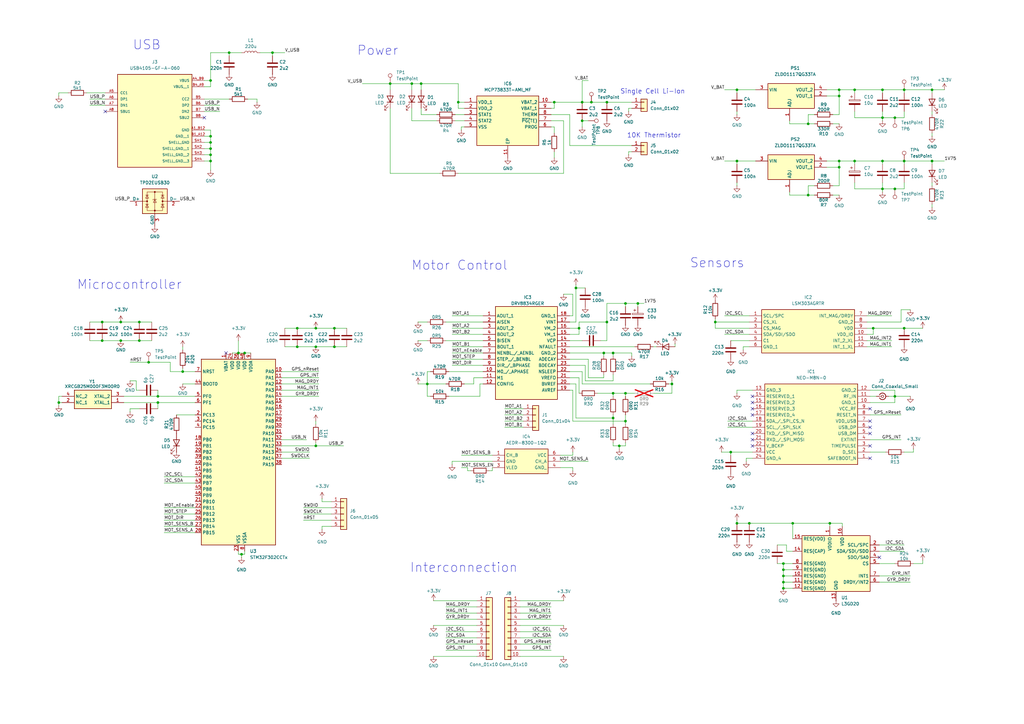
<source format=kicad_sch>
(kicad_sch (version 20250114) (generator "eeschema") (generator_version "9.0")
  (paper "A3")
  (lib_symbols
    (symbol "AEDR-8300-1Q2:AEDR-8300-1Q2"
      (property "Reference" "IC" (at 24.13 7.62 0))
      (property "Value" "AEDR-8300-1Q2" (at 24.13 5.08 0))
      (symbol "AEDR-8300-1Q2_1_1"
        (pin passive line (at 0 0 0) (length 5.08) (name "CH_B") (number "1"))
        (pin passive line (at 0 -2.54 0) (length 5.08) (name "GND") (number "2"))
        (pin passive line (at 0 -5.08 0) (length 5.08) (name "VLED") (number "3"))
        (pin passive line (at 27.94 0 180) (length 5.08) (name "VCC") (number "6"))
        (pin passive line (at 27.94 -2.54 180) (length 5.08) (name "CH_A") (number "5"))
        (pin passive line (at 27.94 -5.08 180) (length 5.08) (name "GND_") (number "4"))
      )
    )
    (symbol "Connector:Conn_Coaxial_Small" (pin_numbers (hide yes)) (pin_names (offset 1.016) (hide yes))
      (property "Reference" "J" (at 0.254 3.048 0))
      (property "Value" "Conn_Coaxial_Small" (at 0 -3.81 0))
      (symbol "Conn_Coaxial_Small_1_1"
        (pin passive line (at -2.54 0 0) (length 1.27) (name "In") (number "1"))
        (pin passive line (at 2.54 0 180) (length 1.27) (name "Ext") (number "2"))
      )
    )
    (symbol "Connector:TestPoint" (pin_numbers (hide yes)) (pin_names (offset 0.762) (hide yes))
      (property "Reference" "TP" (at 0 6.858 0))
      (property "Value" "TestPoint" (at 0 5.08 0))
      (symbol "TestPoint_1_1"
        (pin passive line (at 0 0 90) (length 2.54) (name "1") (number "1"))
      )
    )
    (symbol "Connector_Generic:Conn_01x02" (pin_names (offset 1.016) (hide yes))
      (property "Reference" "J" (at 0 2.54 0))
      (property "Value" "Conn_01x02" (at 0 -5.08 0))
      (symbol "Conn_01x02_1_1"
        (pin passive line (at -5.08 0 0) (length 3.81) (name "Pin_1") (number "1"))
        (pin passive line (at -5.08 -2.54 0) (length 3.81) (name "Pin_2") (number "2"))
      )
    )
    (symbol "Connector_Generic:Conn_01x04" (pin_names (offset 1.016) (hide yes))
      (property "Reference" "J" (at 0 5.08 0))
      (property "Value" "Conn_01x04" (at 0 -7.62 0))
      (symbol "Conn_01x04_1_1"
        (pin passive line (at -5.08 2.54 0) (length 3.81) (name "Pin_1") (number "1"))
        (pin passive line (at -5.08 0 0) (length 3.81) (name "Pin_2") (number "2"))
        (pin passive line (at -5.08 -2.54 0) (length 3.81) (name "Pin_3") (number "3"))
        (pin passive line (at -5.08 -5.08 0) (length 3.81) (name "Pin_4") (number "4"))
      )
    )
    (symbol "Connector_Generic:Conn_01x05" (pin_names (offset 1.016) (hide yes))
      (property "Reference" "J" (at 0 7.62 0))
      (property "Value" "Conn_01x05" (at 0 -7.62 0))
      (symbol "Conn_01x05_1_1"
        (pin passive line (at -5.08 5.08 0) (length 3.81) (name "Pin_1") (number "1"))
        (pin passive line (at -5.08 2.54 0) (length 3.81) (name "Pin_2") (number "2"))
        (pin passive line (at -5.08 0 0) (length 3.81) (name "Pin_3") (number "3"))
        (pin passive line (at -5.08 -2.54 0) (length 3.81) (name "Pin_4") (number "4"))
        (pin passive line (at -5.08 -5.08 0) (length 3.81) (name "Pin_5") (number "5"))
      )
    )
    (symbol "Connector_Generic:Conn_01x10" (pin_names (offset 1.016) (hide yes))
      (property "Reference" "J" (at 0 12.7 0))
      (property "Value" "Conn_01x10" (at 0 -15.24 0))
      (symbol "Conn_01x10_1_1"
        (pin passive line (at -5.08 10.16 0) (length 3.81) (name "Pin_1") (number "1"))
        (pin passive line (at -5.08 7.62 0) (length 3.81) (name "Pin_2") (number "2"))
        (pin passive line (at -5.08 5.08 0) (length 3.81) (name "Pin_3") (number "3"))
        (pin passive line (at -5.08 2.54 0) (length 3.81) (name "Pin_4") (number "4"))
        (pin passive line (at -5.08 0 0) (length 3.81) (name "Pin_5") (number "5"))
        (pin passive line (at -5.08 -2.54 0) (length 3.81) (name "Pin_6") (number "6"))
        (pin passive line (at -5.08 -5.08 0) (length 3.81) (name "Pin_7") (number "7"))
        (pin passive line (at -5.08 -7.62 0) (length 3.81) (name "Pin_8") (number "8"))
        (pin passive line (at -5.08 -10.16 0) (length 3.81) (name "Pin_9") (number "9"))
        (pin passive line (at -5.08 -12.7 0) (length 3.81) (name "Pin_10") (number "10"))
      )
    )
    (symbol "DRV8834RGER:DRV8834RGER"
      (property "Reference" "IC3" (at 18.288 7.62 0))
      (property "Value" "DRV8834RGER" (at 18.288 5.08 0))
      (symbol "DRV8834RGER_1_1"
        (pin passive line (at 0 0 0) (length 5.08) (name "AOUT_1") (number "1"))
        (pin passive line (at 0 -2.54 0) (length 5.08) (name "AISEN") (number "2"))
        (pin passive line (at 0 -5.08 0) (length 5.08) (name "AOUT_2") (number "3"))
        (pin passive line (at 0 -7.62 0) (length 5.08) (name "BOUT_2") (number "4"))
        (pin passive line (at 0 -10.16 0) (length 5.08) (name "BISEN") (number "5"))
        (pin passive line (at 0 -12.7 0) (length 5.08) (name "BOUT_1") (number "6"))
        (pin passive line (at 0 -15.24 0) (length 5.08) (name "NENBL_/_AENBL") (number "7"))
        (pin passive line (at 0 -17.78 0) (length 5.08) (name "STEP_/_BENBL") (number "8"))
        (pin passive line (at 0 -20.32 0) (length 5.08) (name "DIR_/_BPHASE") (number "9"))
        (pin passive line (at 0 -22.86 0) (length 5.08) (name "M0_/_APHASE") (number "10"))
        (pin passive line (at 0 -25.4 0) (length 5.08) (name "M1") (number "11"))
        (pin passive line (at 0 -27.94 0) (length 5.08) (name "CONFIG") (number "12"))
        (pin passive line (at 35.56 0 180) (length 5.08) (name "GND_1") (number "18"))
        (pin passive line (at 35.56 -2.54 180) (length 5.08) (name "VINT") (number "17"))
        (pin passive line (at 35.56 -5.08 180) (length 5.08) (name "VM_2") (number "16"))
        (pin passive line (at 35.56 -7.62 180) (length 5.08) (name "VM_1") (number "15"))
        (pin passive line (at 35.56 -10.16 180) (length 5.08) (name "VCP") (number "14"))
        (pin passive line (at 35.56 -12.7 180) (length 5.08) (name "NFAULT") (number "13"))
        (pin passive line (at 35.56 -15.24 180) (length 5.08) (name "GND_2") (number "25"))
        (pin passive line (at 35.56 -17.78 180) (length 5.08) (name "ADECAY") (number "24"))
        (pin passive line (at 35.56 -20.32 180) (length 5.08) (name "BDECAY") (number "23"))
        (pin passive line (at 35.56 -22.86 180) (length 5.08) (name "NSLEEP") (number "22"))
        (pin passive line (at 35.56 -25.4 180) (length 5.08) (name "VREFO") (number "21"))
        (pin passive line (at 35.56 -27.94 180) (length 5.08) (name "BVREF") (number "20"))
        (pin passive line (at 35.56 -30.48 180) (length 5.08) (name "AVREF") (number "19"))
      )
    )
    (symbol "Device:C" (pin_numbers (hide yes)) (pin_names (offset 0.254))
      (property "Reference" "C" (at 0.635 2.54 0))
      (property "Value" "C" (at 0.635 -2.54 0))
      (symbol "C_1_1"
        (pin passive line (at 0 3.81 270) (length 2.794) (name "~") (number "1"))
        (pin passive line (at 0 -3.81 90) (length 2.794) (name "~") (number "2"))
      )
    )
    (symbol "Device:C_Polarized" (pin_numbers (hide yes)) (pin_names (offset 0.254))
      (property "Reference" "C" (at 0.635 2.54 0))
      (property "Value" "C_Polarized" (at 0.635 -2.54 0))
      (symbol "C_Polarized_1_1"
        (pin passive line (at 0 3.81 270) (length 2.794) (name "~") (number "1"))
        (pin passive line (at 0 -3.81 90) (length 2.794) (name "~") (number "2"))
      )
    )
    (symbol "Device:L" (pin_numbers (hide yes)) (pin_names (offset 1.016) (hide yes))
      (property "Reference" "L" (at -1.27 0 90))
      (property "Value" "L" (at 1.905 0 90))
      (symbol "L_1_1"
        (pin passive line (at 0 3.81 270) (length 1.27) (name "1") (number "1"))
        (pin passive line (at 0 -3.81 90) (length 1.27) (name "2") (number "2"))
      )
    )
    (symbol "Device:LED" (pin_numbers (hide yes)) (pin_names (offset 1.016) (hide yes))
      (property "Reference" "D" (at 0 2.54 0))
      (property "Value" "LED" (at 0 -2.54 0))
      (symbol "LED_1_1"
        (pin passive line (at -3.81 0 0) (length 2.54) (name "K") (number "1"))
        (pin passive line (at 3.81 0 180) (length 2.54) (name "A") (number "2"))
      )
    )
    (symbol "Device:R" (pin_numbers (hide yes)) (pin_names (offset 0))
      (property "Reference" "R" (at 2.032 0 90))
      (property "Value" "R" (at 0 0 90))
      (symbol "R_1_1"
        (pin passive line (at 0 3.81 270) (length 1.27) (name "~") (number "1"))
        (pin passive line (at 0 -3.81 90) (length 1.27) (name "~") (number "2"))
      )
    )
    (symbol "LSM303AGRTR:LSM303AGRTR"
      (property "Reference" "IC" (at 44.45 7.62 0))
      (property "Value" "LSM303AGRTR" (at 44.45 5.08 0))
      (symbol "LSM303AGRTR_1_1"
        (pin passive line (at 0 0 0) (length 5.08) (name "SCL/SPC") (number "1"))
        (pin passive line (at 0 -2.54 0) (length 5.08) (name "CS_XL") (number "2"))
        (pin passive line (at 0 -5.08 0) (length 5.08) (name "CS_MAG") (number "3"))
        (pin passive line (at 0 -7.62 0) (length 5.08) (name "SDA/SDI/SDO") (number "4"))
        (pin passive line (at 0 -10.16 0) (length 5.08) (name "C1") (number "5"))
        (pin passive line (at 0 -12.7 0) (length 5.08) (name "GND_1") (number "6"))
        (pin passive line (at 48.26 0 180) (length 5.08) (name "INT_MAG/DRDY") (number "7"))
        (pin passive line (at 48.26 -2.54 180) (length 5.08) (name "GND_2") (number "8"))
        (pin passive line (at 48.26 -5.08 180) (length 5.08) (name "VDD") (number "9"))
        (pin passive line (at 48.26 -7.62 180) (length 5.08) (name "VDD_IO") (number "10"))
        (pin passive line (at 48.26 -10.16 180) (length 5.08) (name "INT_2_XL") (number "11"))
        (pin passive line (at 48.26 -12.7 180) (length 5.08) (name "INT_1_XL") (number "12"))
      )
    )
    (symbol "MCP73833T-AMI_MF:MCP73833T-AMI_MF"
      (property "Reference" "IC" (at 31.75 7.62 0))
      (property "Value" "MCP73833T-AMI_MF" (at 31.75 5.08 0))
      (symbol "MCP73833T-AMI_MF_1_1"
        (pin passive line (at 0 0 0) (length 5.08) (name "VDD_1") (number "1"))
        (pin passive line (at 0 -2.54 0) (length 5.08) (name "VDD_2") (number "2"))
        (pin passive line (at 0 -5.08 0) (length 5.08) (name "STAT1") (number "3"))
        (pin passive line (at 0 -7.62 0) (length 5.08) (name "STAT2") (number "4"))
        (pin passive line (at 0 -10.16 0) (length 5.08) (name "VSS") (number "5"))
        (pin passive line (at 17.78 -22.86 90) (length 5.08) (name "EP") (number "11"))
        (pin passive line (at 35.56 0 180) (length 5.08) (name "VBAT_2") (number "10"))
        (pin passive line (at 35.56 -2.54 180) (length 5.08) (name "VBAT_1") (number "9"))
        (pin passive line (at 35.56 -5.08 180) (length 5.08) (name "THERM") (number "8"))
        (pin passive line (at 35.56 -7.62 180) (length 5.08) (name "~{PG(}TE)") (number "7"))
        (pin passive line (at 35.56 -10.16 180) (length 5.08) (name "PROG") (number "6"))
      )
    )
    (symbol "MCU_ST_STM32F3:STM32F302CCTx"
      (property "Reference" "U" (at -15.24 39.37 0))
      (property "Value" "STM32F302CCTx" (at 7.62 39.37 0))
      (symbol "STM32F302CCTx_1_1"
        (pin input line (at -17.78 33.02 0) (length 2.54) (name "NRST") (number "7"))
        (pin input line (at -17.78 27.94 0) (length 2.54) (name "BOOT0") (number "44"))
        (pin bidirectional line (at -17.78 22.86 0) (length 2.54) (name "PF0") (number "5"))
        (pin bidirectional line (at -17.78 20.32 0) (length 2.54) (name "PF1") (number "6"))
        (pin bidirectional line (at -17.78 15.24 0) (length 2.54) (name "PC13") (number "2"))
        (pin bidirectional line (at -17.78 12.7 0) (length 2.54) (name "PC14") (number "3"))
        (pin bidirectional line (at -17.78 10.16 0) (length 2.54) (name "PC15") (number "4"))
        (pin bidirectional line (at -17.78 5.08 0) (length 2.54) (name "PB0") (number "18"))
        (pin bidirectional line (at -17.78 2.54 0) (length 2.54) (name "PB1") (number "19"))
        (pin bidirectional line (at -17.78 0 0) (length 2.54) (name "PB2") (number "20"))
        (pin bidirectional line (at -17.78 -2.54 0) (length 2.54) (name "PB3") (number "39"))
        (pin bidirectional line (at -17.78 -5.08 0) (length 2.54) (name "PB4") (number "40"))
        (pin bidirectional line (at -17.78 -7.62 0) (length 2.54) (name "PB5") (number "41"))
        (pin bidirectional line (at -17.78 -10.16 0) (length 2.54) (name "PB6") (number "42"))
        (pin bidirectional line (at -17.78 -12.7 0) (length 2.54) (name "PB7") (number "43"))
        (pin bidirectional line (at -17.78 -15.24 0) (length 2.54) (name "PB8") (number "45"))
        (pin bidirectional line (at -17.78 -17.78 0) (length 2.54) (name "PB9") (number "46"))
        (pin bidirectional line (at -17.78 -20.32 0) (length 2.54) (name "PB10") (number "21"))
        (pin bidirectional line (at -17.78 -22.86 0) (length 2.54) (name "PB11") (number "22"))
        (pin bidirectional line (at -17.78 -25.4 0) (length 2.54) (name "PB12") (number "25"))
        (pin bidirectional line (at -17.78 -27.94 0) (length 2.54) (name "PB13") (number "26"))
        (pin bidirectional line (at -17.78 -30.48 0) (length 2.54) (name "PB14") (number "27"))
        (pin bidirectional line (at -17.78 -33.02 0) (length 2.54) (name "PB15") (number "28"))
        (pin power_in line (at -5.08 40.64 270) (length 2.54) (name "VBAT") (number "1"))
        (pin power_in line (at -2.54 40.64 270) (length 2.54) (name "VDD") (number "24"))
        (pin power_in line (at 0 40.64 270) (length 2.54) (name "VDD") (number "36"))
        (pin power_in line (at 0 -40.64 90) (length 2.54) (name "VSS") (number "23"))
        (pin passive line (at 0 -40.64 90) (length 2.54) (hide yes) (name "VSS") (number "35"))
        (pin passive line (at 0 -40.64 90) (length 2.54) (hide yes) (name "VSS") (number "47"))
        (pin power_in line (at 2.54 40.64 270) (length 2.54) (name "VDD") (number "48"))
        (pin power_in line (at 2.54 -40.64 90) (length 2.54) (name "VSSA") (number "8"))
        (pin power_in line (at 5.08 40.64 270) (length 2.54) (name "VDDA") (number "9"))
        (pin bidirectional line (at 17.78 33.02 180) (length 2.54) (name "PA0") (number "10"))
        (pin bidirectional line (at 17.78 30.48 180) (length 2.54) (name "PA1") (number "11"))
        (pin bidirectional line (at 17.78 27.94 180) (length 2.54) (name "PA2") (number "12"))
        (pin bidirectional line (at 17.78 25.4 180) (length 2.54) (name "PA3") (number "13"))
        (pin bidirectional line (at 17.78 22.86 180) (length 2.54) (name "PA4") (number "14"))
        (pin bidirectional line (at 17.78 20.32 180) (length 2.54) (name "PA5") (number "15"))
        (pin bidirectional line (at 17.78 17.78 180) (length 2.54) (name "PA6") (number "16"))
        (pin bidirectional line (at 17.78 15.24 180) (length 2.54) (name "PA7") (number "17"))
        (pin bidirectional line (at 17.78 12.7 180) (length 2.54) (name "PA8") (number "29"))
        (pin bidirectional line (at 17.78 10.16 180) (length 2.54) (name "PA9") (number "30"))
        (pin bidirectional line (at 17.78 7.62 180) (length 2.54) (name "PA10") (number "31"))
        (pin bidirectional line (at 17.78 5.08 180) (length 2.54) (name "PA11") (number "32"))
        (pin bidirectional line (at 17.78 2.54 180) (length 2.54) (name "PA12") (number "33"))
        (pin bidirectional line (at 17.78 0 180) (length 2.54) (name "PA13") (number "34"))
        (pin bidirectional line (at 17.78 -2.54 180) (length 2.54) (name "PA14") (number "37"))
        (pin bidirectional line (at 17.78 -5.08 180) (length 2.54) (name "PA15") (number "38"))
      )
    )
    (symbol "NEO-M8N-0:NEO-M8N-0"
      (property "Reference" "IC" (at 44.45 7.62 0))
      (property "Value" "NEO-M8N-0" (at 44.45 5.08 0))
      (symbol "NEO-M8N-0_1_1"
        (pin passive line (at 0 0 0) (length 5.08) (name "GND_3") (number "13"))
        (pin passive line (at 0 -2.54 0) (length 5.08) (name "RESERVED_1") (number "14"))
        (pin passive line (at 0 -5.08 0) (length 5.08) (name "RESERVED_2") (number "15"))
        (pin passive line (at 0 -7.62 0) (length 5.08) (name "RESERVED_3") (number "16"))
        (pin passive line (at 0 -10.16 0) (length 5.08) (name "RESERVED_4") (number "17"))
        (pin passive line (at 0 -12.7 0) (length 5.08) (name "SDA_/_SPI_CS_N") (number "18"))
        (pin passive line (at 0 -15.24 0) (length 5.08) (name "SCL_/_SPI_SLK") (number "19"))
        (pin passive line (at 0 -17.78 0) (length 5.08) (name "TXD_/_SPI_MISO") (number "20"))
        (pin passive line (at 0 -20.32 0) (length 5.08) (name "RXD_/_SPI_MOSI") (number "21"))
        (pin passive line (at 0 -22.86 0) (length 5.08) (name "V_BCKP") (number "22"))
        (pin passive line (at 0 -25.4 0) (length 5.08) (name "VCC") (number "23"))
        (pin passive line (at 0 -27.94 0) (length 5.08) (name "GND_4") (number "24"))
        (pin passive line (at 48.26 0 180) (length 5.08) (name "GND_2") (number "12"))
        (pin passive line (at 48.26 -2.54 180) (length 5.08) (name "RF_IN") (number "11"))
        (pin passive line (at 48.26 -5.08 180) (length 5.08) (name "GND_1") (number "10"))
        (pin passive line (at 48.26 -7.62 180) (length 5.08) (name "VCC_RF") (number "9"))
        (pin passive line (at 48.26 -10.16 180) (length 5.08) (name "RESET_N") (number "8"))
        (pin passive line (at 48.26 -12.7 180) (length 5.08) (name "VDD_USB") (number "7"))
        (pin passive line (at 48.26 -15.24 180) (length 5.08) (name "USB_DP") (number "6"))
        (pin passive line (at 48.26 -17.78 180) (length 5.08) (name "USB_DM") (number "5"))
        (pin passive line (at 48.26 -20.32 180) (length 5.08) (name "EXTINT") (number "4"))
        (pin passive line (at 48.26 -22.86 180) (length 5.08) (name "TIMEPULSE") (number "3"))
        (pin passive line (at 48.26 -25.4 180) (length 5.08) (name "D_SEL") (number "2"))
        (pin passive line (at 48.26 -27.94 180) (length 5.08) (name "SAFEBOOT_N") (number "1"))
      )
    )
    (symbol "Power_Protection:TPD2EUSB30" (pin_names (offset 0))
      (property "Reference" "U" (at 0 6.35 0))
      (property "Value" "TPD2EUSB30" (at 7.62 -7.62 0))
      (symbol "TPD2EUSB30_1_1"
        (pin passive line (at -10.16 0 0) (length 5.08) (name "D+") (number "1"))
        (pin passive line (at 0 -10.16 90) (length 5.08) (name "GND") (number "3"))
        (pin passive line (at 10.16 0 180) (length 5.08) (name "D-") (number "2"))
      )
    )
    (symbol "Sensor_Motion:L3GD20"
      (property "Reference" "U" (at 6.35 15.24 0))
      (property "Value" "L3GD20" (at 6.35 12.7 0))
      (symbol "L3GD20_1_1"
        (pin passive line (at -17.78 10.16 0) (length 3.81) (name "RES(VDD)") (number "15"))
        (pin passive line (at -17.78 5.08 0) (length 3.81) (name "RES(CAP)") (number "14"))
        (pin passive line (at -17.78 0 0) (length 3.81) (name "RES(GND)") (number "8"))
        (pin passive line (at -17.78 -2.54 0) (length 3.81) (name "RES(GND)") (number "9"))
        (pin passive line (at -17.78 -5.08 0) (length 3.81) (name "RES(GND)") (number "10"))
        (pin passive line (at -17.78 -7.62 0) (length 3.81) (name "RES(GND)") (number "11"))
        (pin passive line (at -17.78 -10.16 0) (length 3.81) (name "RES(GND)") (number "12"))
        (pin power_in line (at -2.54 15.24 270) (length 3.81) (name "VDDIO") (number "1"))
        (pin power_in line (at 0 -15.24 90) (length 3.81) (name "GND") (number "13"))
        (pin power_in line (at 2.54 15.24 270) (length 3.81) (name "VDD") (number "16"))
        (pin input line (at 17.78 7.62 180) (length 3.81) (name "SCL/SPC") (number "2"))
        (pin bidirectional line (at 17.78 5.08 180) (length 3.81) (name "SDA/SDI/SDO") (number "3"))
        (pin output line (at 17.78 2.54 180) (length 3.81) (name "SDO/SA0") (number "4"))
        (pin input line (at 17.78 0 180) (length 3.81) (name "CS") (number "5"))
        (pin output line (at 17.78 -5.08 180) (length 3.81) (name "INT1") (number "7"))
        (pin output line (at 17.78 -7.62 180) (length 3.81) (name "DRDY/INT2") (number "6"))
      )
    )
    (symbol "USB4105-GF-A-060:USB4105-GF-A-060" (pin_names (offset 1.016))
      (property "Reference" "J" (at -15.24 13.97 0))
      (property "Value" "USB4105-GF-A-060" (at -15.24 -27.94 0))
      (symbol "USB4105-GF-A-060_0_0"
        (pin bidirectional line (at -20.32 5.08 0) (length 5.08) (name "CC1") (number "A5"))
        (pin bidirectional line (at -20.32 2.54 0) (length 5.08) (name "DP1") (number "A6"))
        (pin bidirectional line (at -20.32 0 0) (length 5.08) (name "DN1") (number "A7"))
        (pin bidirectional line (at -20.32 -2.54 0) (length 5.08) (name "SBU1") (number "A8"))
        (pin power_in line (at 20.32 10.16 180) (length 5.08) (name "VBUS") (number "A4_B9"))
        (pin power_in line (at 20.32 7.62 180) (length 5.08) (name "VBUS__1") (number "B4_A9"))
        (pin bidirectional line (at 20.32 2.54 180) (length 5.08) (name "CC2") (number "B5"))
        (pin bidirectional line (at 20.32 0 180) (length 5.08) (name "DP2") (number "B6"))
        (pin bidirectional line (at 20.32 -2.54 180) (length 5.08) (name "DN2") (number "B7"))
        (pin bidirectional line (at 20.32 -5.08 180) (length 5.08) (name "SBU2") (number "B8"))
        (pin power_in line (at 20.32 -10.16 180) (length 5.08) (name "GND") (number "A1_B12"))
        (pin power_in line (at 20.32 -12.7 180) (length 5.08) (name "GND__1") (number "B1_A12"))
        (pin power_in line (at 20.32 -15.24 180) (length 5.08) (name "SHELL_GND") (number "SH1"))
        (pin power_in line (at 20.32 -17.78 180) (length 5.08) (name "SHELL_GND__1") (number "SH2"))
        (pin power_in line (at 20.32 -20.32 180) (length 5.08) (name "SHELL_GND__2") (number "SH3"))
        (pin power_in line (at 20.32 -22.86 180) (length 5.08) (name "SHELL_GND__3") (number "SH4"))
      )
    )
    (symbol "XRCGB25M000F3M00R0:XRCGB25M000F3M00R0"
      (property "Reference" "Y1" (at 12.446 6.096 0))
      (property "Value" "XRCGB25M000F3M00R0" (at 12.446 4.064 0))
      (symbol "XRCGB25M000F3M00R0_1_1"
        (pin passive line (at 0 0 0) (length 5.08) (name "NC_2") (number "4"))
        (pin passive line (at 0 -2.54 0) (length 5.08) (name "NC_1") (number "2"))
        (pin passive line (at 25.4 0 180) (length 5.08) (name "XTAL_2") (number "3"))
        (pin passive line (at 25.4 -2.54 180) (length 5.08) (name "XTAL_1") (number "1"))
      )
    )
    (symbol "ZLDO1117QG33TA_1"
      (property "Reference" "PS2" (at 16.256 8.89 0))
      (property "Value" "ZLDO1117QG33TA" (at 16.256 6.35 0))
      (symbol "ZLDO1117QG33TA_1_1_1"
        (pin passive line (at 0 0 0) (length 5.08) (name "VIN") (number "3"))
        (pin passive line (at 13.97 -12.7 90) (length 5.08) (name "ADJ") (number "1"))
        (pin passive line (at 29.21 0 180) (length 5.08) (name "VOUT_2") (number "4"))
        (pin passive line (at 29.21 -2.54 180) (length 5.08) (name "VOUT_1") (number "2"))
      )
    )
    (symbol "power:+3.3V" (power) (pin_numbers (hide yes)) (pin_names (offset 0) (hide yes))
      (property "Value" "+3.3V" (at 0 3.556 0))
      (symbol "+3.3V_1_1"
        (pin power_in line (at 0 0 90) (length 0) (name "~") (number "1"))
      )
    )
    (symbol "power:GND" (power) (pin_numbers (hide yes)) (pin_names (offset 0) (hide yes))
      (property "Value" "GND" (at 0 -3.81 0))
      (symbol "GND_1_1"
        (pin power_in line (at 0 0 270) (length 0) (name "~") (number "1"))
      )
    )
  )
  (text "Power" (at 154.94 20.828 0) (effects (font (size 3.81 3.81))))
  (text "Sensors" (at 294.132 107.95 0) (effects (font (size 3.81 3.81))))
  (text "Single Cell Li-Ion" (at 267.716 37.592 0) (effects (font (size 1.905 1.905))))
  (text "10K Thermistor" (at 268.224 55.626 0) (effects (font (size 1.905 1.905))))
  (text "Motor Control" (at 188.468 108.966 0) (effects (font (size 3.81 3.81))))
  (text "Microcontroller" (at 53.086 116.84 0) (effects (font (size 3.81 3.81))))
  (text "Interconnection" (at 190.246 232.918 0) (effects (font (size 3.81 3.81))))
  (text "USB" (at 60.198 18.542 0) (effects (font (size 3.81 3.81))))
  (junction (at 261.62 124.46))
  (junction (at 302.26 66.04))
  (junction (at 251.46 144.78))
  (junction (at 160.02 34.29))
  (junction (at 49.53 132.08))
  (junction (at 129.54 134.62))
  (junction (at 307.34 214.63))
  (junction (at 302.26 36.83))
  (junction (at 251.46 161.29))
  (junction (at 97.79 144.78))
  (junction (at 238.76 41.91))
  (junction (at 256.54 124.46))
  (junction (at 41.91 139.7))
  (junction (at 86.36 55.88))
  (junction (at 168.91 34.29))
  (junction (at 247.65 144.78))
  (junction (at 227.33 41.91))
  (junction (at 60.96 148.59))
  (junction (at 121.92 142.24))
  (junction (at 251.46 171.45))
  (junction (at 299.72 185.42))
  (junction (at 370.84 134.62))
  (junction (at 344.17 66.04))
  (junction (at 175.26 157.48))
  (junction (at 111.76 21.59))
  (junction (at 321.31 236.22))
  (junction (at 93.98 21.59))
  (junction (at 49.53 139.7))
  (junction (at 64.77 165.1))
  (junction (at 370.84 36.83))
  (junction (at 237.49 134.62))
  (junction (at 137.16 142.24))
  (junction (at 293.37 132.08))
  (junction (at 382.27 36.83))
  (junction (at 361.95 77.47))
  (junction (at 361.95 48.26))
  (junction (at 350.52 66.04))
  (junction (at 74.93 152.4))
  (junction (at 358.14 134.62))
  (junction (at 64.77 162.56))
  (junction (at 325.12 214.63))
  (junction (at 344.17 68.58))
  (junction (at 129.54 142.24))
  (junction (at 242.57 41.91))
  (junction (at 86.36 60.96))
  (junction (at 248.92 41.91))
  (junction (at 350.52 36.83))
  (junction (at 129.54 182.88))
  (junction (at 344.17 39.37))
  (junction (at 86.36 63.5))
  (junction (at 86.36 58.42))
  (junction (at 248.92 132.08))
  (junction (at 121.92 134.62))
  (junction (at 344.17 36.83))
  (junction (at 238.76 49.53))
  (junction (at 321.31 233.68))
  (junction (at 256.54 172.72))
  (junction (at 172.72 34.29))
  (junction (at 361.95 36.83))
  (junction (at 254 182.88))
  (junction (at 86.36 33.02))
  (junction (at 236.22 118.11))
  (junction (at 367.03 48.26))
  (junction (at 57.15 139.7))
  (junction (at 24.13 165.1))
  (junction (at 367.03 77.47))
  (junction (at 331.47 50.8))
  (junction (at 321.31 241.3))
  (junction (at 57.15 132.08))
  (junction (at 370.84 66.04))
  (junction (at 382.27 66.04))
  (junction (at 275.59 157.48))
  (junction (at 321.31 238.76))
  (junction (at 321.31 231.14))
  (junction (at 361.95 66.04))
  (junction (at 86.36 66.04))
  (junction (at 137.16 134.62))
  (junction (at 367.03 162.56))
  (junction (at 41.91 132.08))
  (junction (at 340.36 214.63))
  (junction (at 187.96 41.91))
  (junction (at 100.33 144.78))
  (junction (at 331.47 80.01))
  (junction (at 256.54 161.29))
  (junction (at 99.06 227.33))
  (junction (at 302.26 214.63))
  (no_connect (at 356.87 177.8))
  (no_connect (at 356.87 167.64))
  (no_connect (at 356.87 187.96))
  (no_connect (at 92.71 144.78))
  (no_connect (at 308.61 170.18))
  (no_connect (at 308.61 182.88))
  (no_connect (at 356.87 175.26))
  (no_connect (at 83.82 48.26))
  (no_connect (at 43.18 45.72))
  (no_connect (at 308.61 162.56))
  (no_connect (at 356.87 172.72))
  (no_connect (at 308.61 177.8))
  (no_connect (at 308.61 180.34))
  (no_connect (at 308.61 167.64))
  (no_connect (at 308.61 165.1))
  (no_connect (at 356.87 182.88))
  (no_connect (at 360.68 228.6))
  (wire (pts (xy 361.95 45.72) (xy 361.95 48.26)))
  (wire (pts (xy 256.54 161.29) (xy 260.35 161.29)))
  (wire (pts (xy 367.03 231.14) (xy 360.68 231.14)))
  (wire (pts (xy 257.81 44.45) (xy 259.08 44.45)))
  (wire (pts (xy 341.63 50.8) (xy 344.17 50.8)))
  (wire (pts (xy 190.5 157.48) (xy 194.31 157.48)))
  (wire (pts (xy 358.14 134.62) (xy 358.14 137.16)))
  (wire (pts (xy 378.46 231.14) (xy 378.46 229.87)))
  (wire (pts (xy 185.42 129.54) (xy 198.12 129.54)))
  (wire (pts (xy 302.26 66.04) (xy 309.88 66.04)))
  (wire (pts (xy 237.49 137.16) (xy 233.68 137.16)))
  (wire (pts (xy 175.26 162.56) (xy 175.26 157.48)))
  (wire (pts (xy 367.03 162.56) (xy 367.03 165.1)))
  (wire (pts (xy 374.65 185.42) (xy 374.65 184.15)))
  (wire (pts (xy 64.77 165.1) (xy 80.01 165.1)))
  (wire (pts (xy 196.85 162.56) (xy 196.85 157.48)))
  (wire (pts (xy 367.03 48.26) (xy 370.84 48.26)))
  (wire (pts (xy 116.84 134.62) (xy 121.92 134.62)))
  (wire (pts (xy 302.26 213.36) (xy 302.26 214.63)))
  (wire (pts (xy 207.01 172.72) (xy 214.63 172.72)))
  (wire (pts (xy 60.96 148.59) (xy 69.85 148.59)))
  (wire (pts (xy 367.03 160.02) (xy 367.03 162.56)))
  (wire (pts (xy 115.57 182.88) (xy 129.54 182.88)))
  (wire (pts (xy 227.33 62.23) (xy 227.33 64.77)))
  (wire (pts (xy 106.68 21.59) (xy 111.76 21.59)))
  (wire (pts (xy 129.54 142.24) (xy 137.16 142.24)))
  (wire (pts (xy 251.46 144.78) (xy 251.46 146.05)))
  (wire (pts (xy 233.68 144.78) (xy 247.65 144.78)))
  (wire (pts (xy 189.23 52.07) (xy 189.23 53.34)))
  (wire (pts (xy 261.62 125.73) (xy 261.62 124.46)))
  (wire (pts (xy 325.12 214.63) (xy 325.12 220.98)))
  (wire (pts (xy 49.53 139.7) (xy 57.15 139.7)))
  (wire (pts (xy 361.95 78.74) (xy 361.95 77.47)))
  (wire (pts (xy 382.27 66.04) (xy 382.27 67.31)))
  (wire (pts (xy 256.54 172.72) (xy 256.54 173.99)))
  (wire (pts (xy 182.88 139.7) (xy 198.12 139.7)))
  (wire (pts (xy 254 182.88) (xy 256.54 182.88)))
  (wire (pts (xy 256.54 182.88) (xy 256.54 181.61)))
  (wire (pts (xy 55.88 156.21) (xy 53.34 156.21)))
  (wire (pts (xy 345.44 215.9) (xy 345.44 214.63)))
  (wire (pts (xy 339.09 39.37) (xy 344.17 39.37)))
  (wire (pts (xy 83.82 63.5) (xy 86.36 63.5)))
  (wire (pts (xy 306.07 187.96) (xy 306.07 189.23)))
  (wire (pts (xy 370.84 66.04) (xy 382.27 66.04)))
  (wire (pts (xy 115.57 162.56) (xy 130.81 162.56)))
  (wire (pts (xy 172.72 34.29) (xy 187.96 34.29)))
  (wire (pts (xy 302.26 66.04) (xy 302.26 67.31)))
  (wire (pts (xy 99.06 227.33) (xy 97.79 227.33)))
  (wire (pts (xy 240.03 156.21) (xy 240.03 149.86)))
  (wire (pts (xy 259.08 144.78) (xy 259.08 146.05)))
  (wire (pts (xy 36.83 139.7) (xy 41.91 139.7)))
  (wire (pts (xy 304.8 142.24) (xy 304.8 143.51)))
  (wire (pts (xy 226.06 44.45) (xy 227.33 44.45)))
  (wire (pts (xy 298.45 175.26) (xy 308.61 175.26)))
  (wire (pts (xy 213.36 251.46) (xy 226.06 251.46)))
  (wire (pts (xy 227.33 52.07) (xy 227.33 54.61)))
  (wire (pts (xy 367.03 162.56) (xy 373.38 162.56)))
  (wire (pts (xy 179.07 49.53) (xy 168.91 49.53)))
  (wire (pts (xy 172.72 44.45) (xy 172.72 46.99)))
  (wire (pts (xy 41.91 132.08) (xy 49.53 132.08)))
  (wire (pts (xy 198.12 132.08) (xy 182.88 132.08)))
  (wire (pts (xy 331.47 80.01) (xy 334.01 80.01)))
  (wire (pts (xy 256.54 161.29) (xy 256.54 162.56)))
  (wire (pts (xy 233.68 149.86) (xy 240.03 149.86)))
  (wire (pts (xy 299.72 139.7) (xy 307.34 139.7)))
  (wire (pts (xy 175.26 162.56) (xy 176.53 162.56)))
  (wire (pts (xy 168.91 49.53) (xy 168.91 44.45)))
  (wire (pts (xy 86.36 33.02) (xy 86.36 35.56)))
  (wire (pts (xy 321.31 231.14) (xy 321.31 233.68)))
  (wire (pts (xy 57.15 132.08) (xy 62.23 132.08)))
  (wire (pts (xy 322.58 223.52) (xy 322.58 226.06)))
  (wire (pts (xy 49.53 132.08) (xy 57.15 132.08)))
  (wire (pts (xy 350.52 36.83) (xy 361.95 36.83)))
  (wire (pts (xy 340.36 214.63) (xy 340.36 215.9)))
  (wire (pts (xy 177.8 269.24) (xy 195.58 269.24)))
  (wire (pts (xy 350.52 45.72) (xy 350.52 48.26)))
  (wire (pts (xy 57.15 160.02) (xy 55.88 160.02)))
  (wire (pts (xy 67.31 213.36) (xy 80.01 213.36)))
  (wire (pts (xy 185.42 137.16) (xy 198.12 137.16)))
  (wire (pts (xy 236.22 118.11) (xy 236.22 132.08)))
  (wire (pts (xy 350.52 48.26) (xy 361.95 48.26)))
  (wire (pts (xy 195.58 248.92) (xy 182.88 248.92)))
  (wire (pts (xy 302.26 36.83) (xy 309.88 36.83)))
  (wire (pts (xy 302.26 36.83) (xy 302.26 38.1)))
  (wire (pts (xy 293.37 130.81) (xy 293.37 132.08)))
  (wire (pts (xy 323.85 80.01) (xy 331.47 80.01)))
  (wire (pts (xy 321.31 241.3) (xy 325.12 241.3)))
  (wire (pts (xy 185.42 142.24) (xy 198.12 142.24)))
  (wire (pts (xy 213.36 266.7) (xy 226.06 266.7)))
  (wire (pts (xy 24.13 166.37) (xy 24.13 165.1)))
  (wire (pts (xy 67.31 195.58) (xy 80.01 195.58)))
  (wire (pts (xy 182.88 259.08) (xy 195.58 259.08)))
  (wire (pts (xy 83.82 60.96) (xy 86.36 60.96)))
  (wire (pts (xy 86.36 63.5) (xy 86.36 66.04)))
  (wire (pts (xy 86.36 55.88) (xy 86.36 58.42)))
  (wire (pts (xy 74.93 152.4) (xy 80.01 152.4)))
  (wire (pts (xy 341.63 80.01) (xy 344.17 80.01)))
  (wire (pts (xy 344.17 66.04) (xy 350.52 66.04)))
  (wire (pts (xy 83.82 58.42) (xy 86.36 58.42)))
  (wire (pts (xy 350.52 66.04) (xy 350.52 67.31)))
  (wire (pts (xy 361.95 74.93) (xy 361.95 77.47)))
  (wire (pts (xy 257.81 62.23) (xy 257.81 63.5)))
  (wire (pts (xy 321.31 238.76) (xy 321.31 241.3)))
  (wire (pts (xy 226.06 259.08) (xy 213.36 259.08)))
  (wire (pts (xy 370.84 185.42) (xy 374.65 185.42)))
  (wire (pts (xy 129.54 134.62) (xy 137.16 134.62)))
  (wire (pts (xy 256.54 124.46) (xy 256.54 125.73)))
  (wire (pts (xy 251.46 171.45) (xy 251.46 173.99)))
  (wire (pts (xy 323.85 78.74) (xy 323.85 80.01)))
  (wire (pts (xy 370.84 66.04) (xy 370.84 67.31)))
  (wire (pts (xy 231.14 269.24) (xy 213.36 269.24)))
  (wire (pts (xy 233.68 46.99) (xy 226.06 46.99)))
  (wire (pts (xy 129.54 172.72) (xy 129.54 173.99)))
  (wire (pts (xy 124.46 213.36) (xy 135.89 213.36)))
  (wire (pts (xy 234.95 172.72) (xy 256.54 172.72)))
  (wire (pts (xy 24.13 38.1) (xy 27.94 38.1)))
  (wire (pts (xy 53.34 148.59) (xy 60.96 148.59)))
  (wire (pts (xy 256.54 124.46) (xy 261.62 124.46)))
  (wire (pts (xy 308.61 187.96) (xy 306.07 187.96)))
  (wire (pts (xy 293.37 132.08) (xy 293.37 134.62)))
  (wire (pts (xy 175.26 132.08) (xy 171.45 132.08)))
  (wire (pts (xy 267.97 142.24) (xy 269.24 142.24)))
  (wire (pts (xy 251.46 161.29) (xy 256.54 161.29)))
  (wire (pts (xy 241.3 147.32) (xy 241.3 154.94)))
  (wire (pts (xy 187.96 41.91) (xy 190.5 41.91)))
  (wire (pts (xy 171.45 139.7) (xy 175.26 139.7)))
  (wire (pts (xy 195.58 254) (xy 182.88 254)))
  (wire (pts (xy 105.41 41.91) (xy 105.41 40.64)))
  (wire (pts (xy 24.13 39.37) (xy 24.13 38.1)))
  (wire (pts (xy 238.76 33.02) (xy 238.76 41.91)))
  (wire (pts (xy 67.31 218.44) (xy 80.01 218.44)))
  (wire (pts (xy 251.46 144.78) (xy 259.08 144.78)))
  (wire (pts (xy 321.31 233.68) (xy 321.31 236.22)))
  (wire (pts (xy 231.14 246.38) (xy 213.36 246.38)))
  (wire (pts (xy 171.45 157.48) (xy 175.26 157.48)))
  (wire (pts (xy 207.01 170.18) (xy 214.63 170.18)))
  (wire (pts (xy 129.54 181.61) (xy 129.54 182.88)))
  (wire (pts (xy 322.58 226.06) (xy 325.12 226.06)))
  (wire (pts (xy 187.96 44.45) (xy 187.96 41.91)))
  (wire (pts (xy 115.57 160.02) (xy 130.81 160.02)))
  (wire (pts (xy 274.32 157.48) (xy 275.59 157.48)))
  (wire (pts (xy 248.92 124.46) (xy 256.54 124.46)))
  (wire (pts (xy 361.95 66.04) (xy 370.84 66.04)))
  (wire (pts (xy 200.66 193.04) (xy 201.93 193.04)))
  (wire (pts (xy 83.82 53.34) (xy 86.36 53.34)))
  (wire (pts (xy 99.06 228.6) (xy 99.06 227.33)))
  (wire (pts (xy 247.65 154.94) (xy 247.65 153.67)))
  (wire (pts (xy 190.5 52.07) (xy 189.23 52.07)))
  (wire (pts (xy 370.84 223.52) (xy 360.68 223.52)))
  (wire (pts (xy 297.18 66.04) (xy 302.26 66.04)))
  (wire (pts (xy 111.76 22.86) (xy 111.76 21.59)))
  (wire (pts (xy 236.22 118.11) (xy 240.03 118.11)))
  (wire (pts (xy 344.17 68.58) (xy 344.17 66.04)))
  (wire (pts (xy 86.36 66.04) (xy 86.36 69.85)))
  (wire (pts (xy 213.36 254) (xy 226.06 254)))
  (wire (pts (xy 350.52 74.93) (xy 350.52 77.47)))
  (wire (pts (xy 115.57 185.42) (xy 127 185.42)))
  (wire (pts (xy 67.31 210.82) (xy 80.01 210.82)))
  (wire (pts (xy 74.93 157.48) (xy 80.01 157.48)))
  (wire (pts (xy 341.63 46.99) (xy 344.17 46.99)))
  (wire (pts (xy 187.96 34.29) (xy 187.96 41.91)))
  (wire (pts (xy 97.79 227.33) (xy 97.79 226.06)))
  (wire (pts (xy 24.13 165.1) (xy 24.13 162.56)))
  (wire (pts (xy 86.36 21.59) (xy 86.36 33.02)))
  (wire (pts (xy 185.42 189.23) (xy 185.42 190.5)))
  (wire (pts (xy 236.22 132.08) (xy 233.68 132.08)))
  (wire (pts (xy 339.09 66.04) (xy 344.17 66.04)))
  (wire (pts (xy 242.57 41.91) (xy 248.92 41.91)))
  (wire (pts (xy 115.57 180.34) (xy 125.73 180.34)))
  (wire (pts (xy 194.31 154.94) (xy 198.12 154.94)))
  (wire (pts (xy 132.08 204.47) (xy 132.08 205.74)))
  (wire (pts (xy 189.23 186.69) (xy 201.93 186.69)))
  (wire (pts (xy 331.47 46.99) (xy 331.47 50.8)))
  (wire (pts (xy 318.77 231.14) (xy 321.31 231.14)))
  (wire (pts (xy 83.82 40.64) (xy 93.98 40.64)))
  (wire (pts (xy 276.86 142.24) (xy 276.86 140.97)))
  (wire (pts (xy 356.87 160.02) (xy 367.03 160.02)))
  (wire (pts (xy 64.77 165.1) (xy 64.77 167.64)))
  (wire (pts (xy 361.95 36.83) (xy 370.84 36.83)))
  (wire (pts (xy 195.58 264.16) (xy 182.88 264.16)))
  (wire (pts (xy 360.68 236.22) (xy 373.38 236.22)))
  (wire (pts (xy 172.72 46.99) (xy 179.07 46.99)))
  (wire (pts (xy 115.57 154.94) (xy 130.81 154.94)))
  (wire (pts (xy 207.01 175.26) (xy 214.63 175.26)))
  (wire (pts (xy 297.18 137.16) (xy 307.34 137.16)))
  (wire (pts (xy 182.88 261.62) (xy 195.58 261.62)))
  (wire (pts (xy 191.77 193.04) (xy 193.04 193.04)))
  (wire (pts (xy 67.31 198.12) (xy 80.01 198.12)))
  (wire (pts (xy 356.87 162.56) (xy 359.41 162.56)))
  (wire (pts (xy 227.33 41.91) (xy 238.76 41.91)))
  (wire (pts (xy 259.08 62.23) (xy 257.81 62.23)))
  (wire (pts (xy 370.84 77.47) (xy 370.84 74.93)))
  (wire (pts (xy 237.49 154.94) (xy 237.49 161.29)))
  (wire (pts (xy 251.46 182.88) (xy 251.46 181.61)))
  (wire (pts (xy 331.47 76.2) (xy 331.47 80.01)))
  (wire (pts (xy 64.77 160.02) (xy 64.77 162.56)))
  (wire (pts (xy 251.46 156.21) (xy 240.03 156.21)))
  (wire (pts (xy 355.6 129.54) (xy 365.76 129.54)))
  (wire (pts (xy 247.65 144.78) (xy 247.65 146.05)))
  (wire (pts (xy 358.14 134.62) (xy 370.84 134.62)))
  (wire (pts (xy 69.85 152.4) (xy 74.93 152.4)))
  (wire (pts (xy 227.33 44.45) (xy 227.33 41.91)))
  (wire (pts (xy 297.18 129.54) (xy 307.34 129.54)))
  (wire (pts (xy 237.49 132.08) (xy 248.92 132.08)))
  (wire (pts (xy 233.68 147.32) (xy 241.3 147.32)))
  (wire (pts (xy 361.95 48.26) (xy 367.03 48.26)))
  (wire (pts (xy 231.14 49.53) (xy 231.14 71.12)))
  (wire (pts (xy 275.59 161.29) (xy 267.97 161.29)))
  (wire (pts (xy 323.85 50.8) (xy 331.47 50.8)))
  (wire (pts (xy 121.92 142.24) (xy 129.54 142.24)))
  (wire (pts (xy 36.83 43.18) (xy 43.18 43.18)))
  (wire (pts (xy 184.15 152.4) (xy 198.12 152.4)))
  (wire (pts (xy 86.36 21.59) (xy 93.98 21.59)))
  (wire (pts (xy 24.13 162.56) (xy 25.4 162.56)))
  (wire (pts (xy 195.58 266.7) (xy 182.88 266.7)))
  (wire (pts (xy 97.79 144.78) (xy 100.33 144.78)))
  (wire (pts (xy 339.09 68.58) (xy 344.17 68.58)))
  (wire (pts (xy 231.14 71.12) (xy 187.96 71.12)))
  (wire (pts (xy 245.11 161.29) (xy 251.46 161.29)))
  (wire (pts (xy 238.76 152.4) (xy 233.68 152.4)))
  (wire (pts (xy 213.36 248.92) (xy 226.06 248.92)))
  (wire (pts (xy 355.6 137.16) (xy 358.14 137.16)))
  (wire (pts (xy 177.8 256.54) (xy 195.58 256.54)))
  (wire (pts (xy 226.06 261.62) (xy 213.36 261.62)))
  (wire (pts (xy 53.34 168.91) (xy 53.34 167.64)))
  (wire (pts (xy 251.46 182.88) (xy 254 182.88)))
  (wire (pts (xy 160.02 71.12) (xy 180.34 71.12)))
  (wire (pts (xy 229.87 186.69) (xy 234.95 186.69)))
  (wire (pts (xy 367.03 165.1) (xy 356.87 165.1)))
  (wire (pts (xy 238.76 157.48) (xy 266.7 157.48)))
  (wire (pts (xy 86.36 58.42) (xy 86.36 60.96)))
  (wire (pts (xy 361.95 66.04) (xy 361.95 67.31)))
  (wire (pts (xy 168.91 34.29) (xy 172.72 34.29)))
  (wire (pts (xy 331.47 50.8) (xy 334.01 50.8)))
  (wire (pts (xy 236.22 118.11) (xy 236.22 116.84)))
  (wire (pts (xy 302.26 45.72) (xy 302.26 46.99)))
  (wire (pts (xy 83.82 55.88) (xy 86.36 55.88)))
  (wire (pts (xy 299.72 185.42) (xy 299.72 186.69)))
  (wire (pts (xy 86.36 60.96) (xy 86.36 63.5)))
  (wire (pts (xy 53.34 167.64) (xy 57.15 167.64)))
  (wire (pts (xy 345.44 214.63) (xy 340.36 214.63)))
  (wire (pts (xy 370.84 36.83) (xy 370.84 38.1)))
  (wire (pts (xy 302.26 74.93) (xy 302.26 76.2)))
  (wire (pts (xy 105.41 40.64) (xy 101.6 40.64)))
  (wire (pts (xy 361.95 77.47) (xy 367.03 77.47)))
  (wire (pts (xy 168.91 36.83) (xy 168.91 34.29)))
  (wire (pts (xy 121.92 134.62) (xy 129.54 134.62)))
  (wire (pts (xy 350.52 77.47) (xy 361.95 77.47)))
  (wire (pts (xy 344.17 76.2) (xy 344.17 68.58)))
  (wire (pts (xy 334.01 76.2) (xy 331.47 76.2)))
  (wire (pts (xy 160.02 34.29) (xy 160.02 36.83)))
  (wire (pts (xy 233.68 157.48) (xy 236.22 157.48)))
  (wire (pts (xy 195.58 251.46) (xy 182.88 251.46)))
  (wire (pts (xy 100.33 227.33) (xy 99.06 227.33)))
  (wire (pts (xy 350.52 36.83) (xy 350.52 38.1)))
  (wire (pts (xy 321.31 238.76) (xy 325.12 238.76)))
  (wire (pts (xy 360.68 238.76) (xy 373.38 238.76)))
  (wire (pts (xy 207.01 167.64) (xy 214.63 167.64)))
  (wire (pts (xy 302.26 160.02) (xy 302.26 161.29)))
  (wire (pts (xy 93.98 21.59) (xy 99.06 21.59)))
  (wire (pts (xy 184.15 162.56) (xy 196.85 162.56)))
  (wire (pts (xy 57.15 139.7) (xy 62.23 139.7)))
  (wire (pts (xy 382.27 45.72) (xy 382.27 46.99)))
  (wire (pts (xy 137.16 142.24) (xy 142.24 142.24)))
  (wire (pts (xy 254 184.15) (xy 254 182.88)))
  (wire (pts (xy 321.31 236.22) (xy 321.31 238.76)))
  (wire (pts (xy 175.26 152.4) (xy 175.26 157.48)))
  (wire (pts (xy 97.79 139.7) (xy 97.79 144.78)))
  (wire (pts (xy 241.3 33.02) (xy 238.76 33.02)))
  (wire (pts (xy 251.46 153.67) (xy 251.46 156.21)))
  (wire (pts (xy 137.16 134.62) (xy 142.24 134.62)))
  (wire (pts (xy 116.84 142.24) (xy 121.92 142.24)))
  (wire (pts (xy 295.91 185.42) (xy 299.72 185.42)))
  (wire (pts (xy 382.27 83.82) (xy 382.27 85.09)))
  (wire (pts (xy 382.27 66.04) (xy 387.35 66.04)))
  (wire (pts (xy 321.31 233.68) (xy 325.12 233.68)))
  (wire (pts (xy 307.34 142.24) (xy 304.8 142.24)))
  (wire (pts (xy 67.31 208.28) (xy 80.01 208.28)))
  (wire (pts (xy 361.95 36.83) (xy 361.95 38.1)))
  (wire (pts (xy 307.34 214.63) (xy 302.26 214.63)))
  (wire (pts (xy 344.17 46.99) (xy 344.17 39.37)))
  (wire (pts (xy 129.54 182.88) (xy 140.97 182.88)))
  (wire (pts (xy 64.77 162.56) (xy 80.01 162.56)))
  (wire (pts (xy 115.57 187.96) (xy 127 187.96)))
  (wire (pts (xy 382.27 36.83) (xy 382.27 38.1)))
  (wire (pts (xy 83.82 45.72) (xy 90.17 45.72)))
  (wire (pts (xy 135.89 215.9) (xy 132.08 215.9)))
  (wire (pts (xy 186.69 49.53) (xy 190.5 49.53)))
  (wire (pts (xy 251.46 170.18) (xy 251.46 171.45)))
  (wire (pts (xy 234.95 193.04) (xy 234.95 191.77)))
  (wire (pts (xy 201.93 193.04) (xy 201.93 191.77)))
  (wire (pts (xy 95.25 144.78) (xy 97.79 144.78)))
  (wire (pts (xy 234.95 129.54) (xy 233.68 129.54)))
  (wire (pts (xy 93.98 22.86) (xy 93.98 21.59)))
  (wire (pts (xy 234.95 186.69) (xy 234.95 185.42)))
  (wire (pts (xy 339.09 36.83) (xy 344.17 36.83)))
  (wire (pts (xy 234.95 160.02) (xy 234.95 172.72)))
  (wire (pts (xy 370.84 226.06) (xy 360.68 226.06)))
  (wire (pts (xy 67.31 215.9) (xy 80.01 215.9)))
  (wire (pts (xy 24.13 165.1) (xy 25.4 165.1)))
  (wire (pts (xy 238.76 152.4) (xy 238.76 157.48)))
  (wire (pts (xy 298.45 172.72) (xy 308.61 172.72)))
  (wire (pts (xy 356.87 170.18) (xy 369.57 170.18)))
  (wire (pts (xy 229.87 191.77) (xy 234.95 191.77)))
  (wire (pts (xy 233.68 154.94) (xy 237.49 154.94)))
  (wire (pts (xy 233.68 139.7) (xy 238.76 139.7)))
  (wire (pts (xy 185.42 189.23) (xy 201.93 189.23)))
  (wire (pts (xy 344.17 36.83) (xy 350.52 36.83)))
  (wire (pts (xy 55.88 160.02) (xy 55.88 156.21)))
  (wire (pts (xy 340.36 214.63) (xy 325.12 214.63)))
  (wire (pts (xy 323.85 49.53) (xy 323.85 50.8)))
  (wire (pts (xy 382.27 36.83) (xy 387.35 36.83)))
  (wire (pts (xy 41.91 139.7) (xy 49.53 139.7)))
  (wire (pts (xy 83.82 66.04) (xy 86.36 66.04)))
  (wire (pts (xy 369.57 127) (xy 373.38 127)))
  (wire (pts (xy 350.52 66.04) (xy 361.95 66.04)))
  (wire (pts (xy 115.57 157.48) (xy 130.81 157.48)))
  (wire (pts (xy 367.03 77.47) (xy 370.84 77.47)))
  (wire (pts (xy 238.76 52.07) (xy 238.76 49.53)))
  (wire (pts (xy 382.27 74.93) (xy 382.27 76.2)))
  (wire (pts (xy 111.76 21.59) (xy 116.84 21.59)))
  (wire (pts (xy 233.68 59.69) (xy 259.08 59.69)))
  (wire (pts (xy 321.31 236.22) (xy 325.12 236.22)))
  (wire (pts (xy 248.92 139.7) (xy 248.92 132.08)))
  (wire (pts (xy 233.68 134.62) (xy 237.49 134.62)))
  (wire (pts (xy 135.89 210.82) (xy 124.46 210.82)))
  (wire (pts (xy 237.49 132.08) (xy 237.49 134.62)))
  (wire (pts (xy 238.76 41.91) (xy 242.57 41.91)))
  (wire (pts (xy 186.69 46.99) (xy 190.5 46.99)))
  (wire (pts (xy 236.22 157.48) (xy 236.22 171.45)))
  (wire (pts (xy 370.84 48.26) (xy 370.84 45.72)))
  (wire (pts (xy 185.42 134.62) (xy 198.12 134.62)))
  (wire (pts (xy 135.89 208.28) (xy 124.46 208.28)))
  (wire (pts (xy 132.08 215.9) (xy 132.08 217.17)))
  (wire (pts (xy 325.12 231.14) (xy 321.31 231.14)))
  (wire (pts (xy 234.95 120.65) (xy 234.95 129.54)))
  (wire (pts (xy 370.84 36.83) (xy 382.27 36.83)))
  (wire (pts (xy 370.84 134.62) (xy 378.46 134.62)))
  (wire (pts (xy 175.26 157.48) (xy 182.88 157.48)))
  (wire (pts (xy 74.93 151.13) (xy 74.93 152.4)))
  (wire (pts (xy 364.49 162.56) (xy 367.03 162.56)))
  (wire (pts (xy 115.57 152.4) (xy 130.81 152.4)))
  (wire (pts (xy 238.76 49.53) (xy 241.3 49.53)))
  (wire (pts (xy 355.6 134.62) (xy 358.14 134.62)))
  (wire (pts (xy 246.38 139.7) (xy 248.92 139.7)))
  (wire (pts (xy 191.77 191.77) (xy 189.23 191.77)))
  (wire (pts (xy 257.81 45.72) (xy 257.81 44.45)))
  (wire (pts (xy 190.5 44.45) (xy 187.96 44.45)))
  (wire (pts (xy 227.33 41.91) (xy 226.06 41.91)))
  (wire (pts (xy 318.77 223.52) (xy 322.58 223.52)))
  (wire (pts (xy 148.59 34.29) (xy 160.02 34.29)))
  (wire (pts (xy 369.57 132.08) (xy 369.57 127)))
  (wire (pts (xy 374.65 231.14) (xy 378.46 231.14)))
  (wire (pts (xy 237.49 134.62) (xy 237.49 137.16)))
  (wire (pts (xy 83.82 33.02) (xy 86.36 33.02)))
  (wire (pts (xy 293.37 134.62) (xy 307.34 134.62)))
  (wire (pts (xy 36.83 40.64) (xy 43.18 40.64)))
  (wire (pts (xy 185.42 149.86) (xy 198.12 149.86)))
  (wire (pts (xy 177.8 246.38) (xy 195.58 246.38)))
  (wire (pts (xy 100.33 226.06) (xy 100.33 227.33)))
  (wire (pts (xy 293.37 132.08) (xy 307.34 132.08)))
  (wire (pts (xy 356.87 180.34) (xy 369.57 180.34)))
  (wire (pts (xy 86.36 53.34) (xy 86.36 55.88)))
  (wire (pts (xy 363.22 185.42) (xy 356.87 185.42)))
  (wire (pts (xy 100.33 144.78) (xy 102.87 144.78)))
  (wire (pts (xy 213.36 264.16) (xy 226.06 264.16)))
  (wire (pts (xy 297.18 36.83) (xy 302.26 36.83)))
  (wire (pts (xy 261.62 124.46) (xy 264.16 124.46)))
  (wire (pts (xy 334.01 46.99) (xy 331.47 46.99)))
  (wire (pts (xy 196.85 157.48) (xy 198.12 157.48)))
  (wire (pts (xy 69.85 148.59) (xy 69.85 152.4)))
  (wire (pts (xy 233.68 142.24) (xy 260.35 142.24)))
  (wire (pts (xy 231.14 256.54) (xy 213.36 256.54)))
  (wire (pts (xy 160.02 44.45) (xy 160.02 71.12)))
  (wire (pts (xy 344.17 39.37) (xy 344.17 36.83)))
  (wire (pts (xy 234.95 160.02) (xy 233.68 160.02)))
  (wire (pts (xy 355.6 132.08) (xy 369.57 132.08)))
  (wire (pts (xy 229.87 189.23) (xy 241.3 189.23)))
  (wire (pts (xy 248.92 124.46) (xy 248.92 132.08)))
  (wire (pts (xy 50.8 162.56) (xy 64.77 162.56)))
  (wire (pts (xy 325.12 214.63) (xy 307.34 214.63)))
  (wire (pts (xy 226.06 52.07) (xy 227.33 52.07)))
  (wire (pts (xy 135.89 205.74) (xy 132.08 205.74)))
  (wire (pts (xy 251.46 162.56) (xy 251.46 161.29)))
  (wire (pts (xy 50.8 165.1) (xy 64.77 165.1)))
  (wire (pts (xy 382.27 54.61) (xy 382.27 55.88)))
  (wire (pts (xy 355.6 142.24) (xy 365.76 142.24)))
  (wire (pts (xy 247.65 144.78) (xy 251.46 144.78)))
  (wire (pts (xy 275.59 157.48) (xy 275.59 161.29)))
  (wire (pts (xy 256.54 170.18) (xy 256.54 172.72)))
  (wire (pts (xy 236.22 171.45) (xy 251.46 171.45)))
  (wire (pts (xy 191.77 193.04) (xy 191.77 191.77)))
  (wire (pts (xy 72.39 170.18) (xy 80.01 170.18)))
  (wire (pts (xy 234.95 120.65) (xy 231.14 120.65)))
  (wire (pts (xy 35.56 38.1) (xy 43.18 38.1)))
  (wire (pts (xy 248.92 41.91) (xy 259.08 41.91)))
  (wire (pts (xy 160.02 34.29) (xy 168.91 34.29)))
  (wire (pts (xy 233.68 46.99) (xy 233.68 59.69)))
  (wire (pts (xy 185.42 147.32) (xy 198.12 147.32)))
  (wire (pts (xy 241.3 154.94) (xy 247.65 154.94)))
  (wire (pts (xy 361.95 49.53) (xy 361.95 48.26)))
  (wire (pts (xy 355.6 139.7) (xy 365.76 139.7)))
  (wire (pts (xy 83.82 35.56) (xy 86.36 35.56)))
  (wire (pts (xy 226.06 49.53) (xy 231.14 49.53)))
  (wire (pts (xy 299.72 185.42) (xy 308.61 185.42)))
  (wire (pts (xy 308.61 160.02) (xy 302.26 160.02)))
  (wire (pts (xy 275.59 156.21) (xy 275.59 157.48)))
  (wire (pts (xy 172.72 36.83) (xy 172.72 34.29)))
  (wire (pts (xy 185.42 144.78) (xy 198.12 144.78)))
  (wire (pts (xy 36.83 132.08) (xy 41.91 132.08)))
  (wire (pts (xy 194.31 157.48) (xy 194.31 154.94)))
  (wire (pts (xy 74.93 142.24) (xy 74.93 143.51)))
  (wire (pts (xy 83.82 43.18) (xy 90.17 43.18)))
  (wire (pts (xy 175.26 152.4) (xy 176.53 152.4)))
  (wire (pts (xy 341.63 76.2) (xy 344.17 76.2)))
  (label "V_BAT" (at 241.3 33.02 180))
  (label "V_BAT" (at 297.18 36.83 180))
  (label "GPS_INT" (at 130.81 154.94 180))
  (label "MOT_A1" (at 185.42 129.54 0))
  (label "MOT_SENS_A" (at 241.3 189.23 180))
  (label "GPS_nReset" (at 130.81 152.4 180))
  (label "USB_P" (at 140.97 182.88 180))
  (label "GPS_nReset" (at 369.57 170.18 180))
  (label "I2C_SDA" (at 67.31 198.12 0))
  (label "MOT_B1" (at 207.01 175.26 0))
  (label "MOT_A2" (at 185.42 134.62 0))
  (label "MAG_INT1" (at 365.76 142.24 180))
  (label "SWDIO" (at 127 185.42 180))
  (label "MOT_nEnable" (at 67.31 208.28 0))
  (label "SWDCLK" (at 127 187.96 180))
  (label "nRST" (at 124.46 213.36 0))
  (label "MOT_SENS_B" (at 67.31 215.9 0))
  (label "I2C_SCL" (at 182.88 259.08 0))
  (label "I2C_SDA" (at 370.84 226.06 180))
  (label "MOT_SENS_A" (at 67.31 218.44 0))
  (label "MAG_INT1" (at 182.88 251.46 0))
  (label "GPS_INT" (at 226.06 266.7 180))
  (label "MOT_nEnable" (at 185.42 144.78 0))
  (label "USB_N" (at 90.17 45.72 180))
  (label "MOT_DIR" (at 67.31 213.36 0))
  (label "GYR_DRDY" (at 226.06 254 180))
  (label "MOT_STEP" (at 185.42 147.32 0))
  (label "USB_P" (at 53.34 82.55 180))
  (label "nRST" (at 53.34 148.59 0))
  (label "V_USB" (at 116.84 21.59 0))
  (label "MAG_DRDY" (at 226.06 248.92 180))
  (label "USB_N" (at 73.66 82.55 0))
  (label "I2C_SCL" (at 67.31 195.58 0))
  (label "I2C_SDA" (at 298.45 172.72 0))
  (label "MOT_B2" (at 185.42 137.16 0))
  (label "GPS_nReset" (at 182.88 264.16 0))
  (label "MAG_INT2" (at 365.76 139.7 180))
  (label "MAG_INT1" (at 226.06 251.46 180))
  (label "I2C_SDA" (at 297.18 137.16 0))
  (label "MOT_A2" (at 207.01 170.18 0))
  (label "GYR_DRDY" (at 182.88 254 0))
  (label "V_USB" (at 148.59 34.29 180))
  (label "MAG_INT1" (at 130.81 160.02 180))
  (label "MAG_DRDY" (at 365.76 129.54 180))
  (label "MOT_B1" (at 185.42 142.24 0))
  (label "I2C_SCL" (at 298.45 175.26 0))
  (label "GYR_INT" (at 373.38 236.22 180))
  (label "I2C_SCL" (at 226.06 259.08 180))
  (label "GYR_DRDY" (at 373.38 238.76 180))
  (label "I2C_SCL" (at 370.84 223.52 180))
  (label "1V75" (at 387.35 66.04 0))
  (label "V_BAT" (at 297.18 66.04 180))
  (label "MAG_DRDY" (at 130.81 157.48 180))
  (label "SWDIO" (at 124.46 208.28 0))
  (label "GPS_nReset" (at 226.06 264.16 180))
  (label "MOT_DIR" (at 185.42 149.86 0))
  (label "MOT_SENS_B" (at 189.23 186.69 0))
  (label "MAG_DRDY" (at 182.88 248.92 0))
  (label "I2C_SDA" (at 182.88 261.62 0))
  (label "GYR_DRDY" (at 130.81 162.56 180))
  (label "USB_N" (at 125.73 180.34 180))
  (label "USB_P" (at 90.17 43.18 180))
  (label "GPS_INT" (at 369.57 180.34 180))
  (label "MOT_SENS_EN" (at 189.23 191.77 0))
  (label "I2C_SCL" (at 297.18 129.54 0))
  (label "USB_N" (at 36.83 43.18 0))
  (label "SWDCLK" (at 124.46 210.82 0))
  (label "MOT_A1" (at 207.01 167.64 0))
  (label "MOT_STEP" (at 67.31 210.82 0))
  (label "GPS_INT" (at 182.88 266.7 0))
  (label "MOT_B2" (at 207.01 172.72 0))
  (label "USB_P" (at 36.83 40.64 0))
  (label "1V75" (at 264.16 124.46 0))
  (label "I2C_SDA" (at 226.06 261.62 180))
  (symbol (lib_id "power:+3.3V") (at 293.37 123.19 0) (unit 1)
    (property "Reference" "#PWR035" (effects (hide yes)))
    (property "Value" "+3.3V" (at 293.37 119.126 0))
    (property "Description" "Power symbol creates a global label with name \"+3.3V\"" (effects (hide yes)))
  )
  (symbol (lib_id "Device:R") (at 180.34 152.4 90) (unit 1)
    (property "Reference" "R19" (at 180.34 154.686 90))
    (property "Value" "470R" (at 180.34 150.368 90))
    (property "Footprint" "Resistor_SMD:R_0603_1608Metric" (effects (hide yes)))
    (property "Description" "Resistor" (effects (hide yes)))
  )
  (symbol (lib_id "Device:C") (at 299.72 190.5 0) (mirror y) (unit 1)
    (property "Reference" "C15" (at 296.926 189.23 0) (effects (justify left)))
    (property "Value" "220n" (at 296.926 191.77 0) (effects (justify left)))
    (property "Footprint" "Capacitor_SMD:C_0603_1608Metric" (effects (hide yes)))
    (property "Description" "Unpolarized capacitor" (effects (hide yes)))
  )
  (symbol (lib_id "Device:R") (at 382.27 80.01 180) (unit 1)
    (property "Reference" "R23" (at 386.334 80.01 90))
    (property "Value" "470R" (at 384.302 80.01 90))
    (property "Footprint" "Resistor_SMD:R_0603_1608Metric" (effects (hide yes)))
    (property "Description" "Resistor" (effects (hide yes)))
  )
  (symbol (lib_id "Device:C") (at 238.76 45.72 0) (unit 1)
    (property "Reference" "C3" (at 241.554 44.45 0) (effects (justify left)))
    (property "Value" "2u2" (at 241.554 46.99 0) (effects (justify left)))
    (property "Footprint" "Capacitor_SMD:C_0603_1608Metric" (effects (hide yes)))
    (property "Description" "Unpolarized capacitor" (effects (hide yes)))
  )
  (symbol (lib_id "power:GND") (at 382.27 85.09 0) (unit 1)
    (property "Reference" "#PWR060" (effects (hide yes)))
    (property "Value" "GND" (at 382.27 89.408 0))
    (property "Description" "Power symbol creates a global label with name \"GND\" , ground" (effects (hide yes)))
  )
  (symbol (lib_id "Device:R") (at 97.79 40.64 270) (unit 1)
    (property "Reference" "R1" (at 97.79 36.576 90))
    (property "Value" "5k1" (at 97.79 38.608 90))
    (property "Footprint" "Resistor_SMD:R_0603_1608Metric" (effects (hide yes)))
    (property "Description" "Resistor" (effects (hide yes)))
  )
  (symbol (lib_id "Device:C") (at 302.26 218.44 0) (mirror y) (unit 1)
    (property "Reference" "C29" (at 299.466 217.17 0) (effects (justify left)))
    (property "Value" "220n" (at 299.466 219.71 0) (effects (justify left)))
    (property "Footprint" "Capacitor_SMD:C_0603_1608Metric" (effects (hide yes)))
    (property "Description" "Unpolarized capacitor" (effects (hide yes)))
  )
  (symbol (lib_id "power:GND") (at 256.54 133.35 0) (unit 1)
    (property "Reference" "#PWR042" (effects (hide yes)))
    (property "Value" "GND" (at 256.54 137.16 0))
    (property "Description" "Power symbol creates a global label with name \"GND\" , ground" (effects (hide yes)))
  )
  (symbol (lib_id "Device:R") (at 182.88 49.53 90) (unit 1)
    (property "Reference" "R4" (at 182.88 53.594 90))
    (property "Value" "470R" (at 182.88 51.562 90))
    (property "Footprint" "Resistor_SMD:R_0603_1608Metric" (effects (hide yes)))
    (property "Description" "Resistor" (effects (hide yes)))
  )
  (symbol (lib_id "power:GND") (at 53.34 156.21 0) (unit 1)
    (property "Reference" "#PWR048" (effects (hide yes)))
    (property "Value" "GND" (at 53.34 160.02 0))
    (property "Description" "Power symbol creates a global label with name \"GND\" , ground" (effects (hide yes)))
  )
  (symbol (lib_id "Connector:TestPoint") (at 370.84 66.04 0) (unit 1)
    (property "Reference" "TP4" (at 373.38 61.4679 0) (effects (justify left)))
    (property "Value" "TestPoint" (at 373.38 64.0079 0) (effects (justify left)))
    (property "Footprint" "TestPoint:TestPoint_THTPad_D1.0mm_Drill0.5mm" (effects (hide yes)))
    (property "Description" "test point" (effects (hide yes)))
  )
  (symbol (lib_id "Device:C") (at 307.34 218.44 0) (unit 1)
    (property "Reference" "C31" (at 310.134 217.17 0) (effects (justify left)))
    (property "Value" "2u2" (at 310.134 219.71 0) (effects (justify left)))
    (property "Footprint" "Capacitor_SMD:C_0603_1608Metric" (effects (hide yes)))
    (property "Description" "Unpolarized capacitor" (effects (hide yes)))
  )
  (symbol (lib_id "Connector:TestPoint") (at 60.96 148.59 0) (unit 1)
    (property "Reference" "TP5" (at 63.5 144.0179 0) (effects (justify left)))
    (property "Value" "TestPoint" (at 63.5 146.5579 0) (effects (justify left)))
    (property "Footprint" "TestPoint:TestPoint_THTPad_D1.0mm_Drill0.5mm" (effects (hide yes)))
    (property "Description" "test point" (effects (hide yes)))
  )
  (symbol (lib_id "Device:C") (at 142.24 138.43 0) (unit 1)
    (property "Reference" "C23" (at 145.034 137.16 0) (effects (justify left)))
    (property "Value" "2u2" (at 145.034 139.7 0) (effects (justify left)))
    (property "Footprint" "Capacitor_SMD:C_0603_1608Metric" (effects (hide yes)))
    (property "Description" "Unpolarized capacitor" (effects (hide yes)))
  )
  (symbol (lib_id "power:+3.3V") (at 177.8 246.38 0) (mirror y) (unit 1)
    (property "Reference" "#PWR064" (effects (hide yes)))
    (property "Value" "+3.3V" (at 177.8 242.316 0))
    (property "Description" "Power symbol creates a global label with name \"+3.3V\"" (effects (hide yes)))
  )
  (symbol (lib_id "power:GND") (at 231.14 269.24 0) (unit 1)
    (property "Reference" "#PWR061" (effects (hide yes)))
    (property "Value" "GND" (at 231.14 273.05 0))
    (property "Description" "Power symbol creates a global label with name \"GND\" , ground" (effects (hide yes)))
  )
  (symbol (lib_id "Device:R") (at 247.65 149.86 0) (mirror x) (unit 1)
    (property "Reference" "R28" (at 243.84 149.86 90))
    (property "Value" "0R0" (at 245.618 149.86 90))
    (property "Footprint" "Resistor_SMD:R_0603_1608Metric" (effects (hide yes)))
    (property "Description" "Resistor" (effects (hide yes)))
  )
  (symbol (lib_id "power:+3.3V") (at 378.46 134.62 0) (unit 1)
    (property "Reference" "#PWR010" (effects (hide yes)))
    (property "Value" "+3.3V" (at 378.46 130.556 0))
    (property "Description" "Power symbol creates a global label with name \"+3.3V\"" (effects (hide yes)))
  )
  (symbol (lib_id "power:GND") (at 177.8 256.54 0) (mirror y) (unit 1)
    (property "Reference" "#PWR065" (effects (hide yes)))
    (property "Value" "GND" (at 177.8 260.35 0))
    (property "Description" "Power symbol creates a global label with name \"GND\" , ground" (effects (hide yes)))
  )
  (symbol (lib_id "Device:R") (at 251.46 177.8 0) (unit 1)
    (property "Reference" "R33" (at 247.142 177.8 90))
    (property "Value" "0R0" (at 249.174 177.8 90))
    (property "Footprint" "Resistor_SMD:R_0603_1608Metric" (effects (hide yes)))
    (property "Description" "Resistor" (effects (hide yes)))
  )
  (symbol (lib_id "power:GND") (at 370.84 142.24 0) (mirror y) (unit 1)
    (property "Reference" "#PWR037" (effects (hide yes)))
    (property "Value" "GND" (at 370.84 147.32 0))
    (property "Description" "Power symbol creates a global label with name \"GND\" , ground" (effects (hide yes)))
  )
  (symbol (lib_id "power:GND") (at 361.95 78.74 0) (unit 1)
    (property "Reference" "#PWR031" (effects (hide yes)))
    (property "Value" "GND" (at 361.95 83.058 0))
    (property "Description" "Power symbol creates a global label with name \"GND\" , ground" (effects (hide yes)))
  )
  (symbol (lib_id "Connector_Generic:Conn_01x10") (at 200.66 256.54 0) (unit 1)
    (property "Reference" "J7" (at 199.136 243.332 0) (effects (justify left)))
    (property "Value" "Conn_01x10" (at 192.532 272.542 0) (effects (justify left)))
    (property "Footprint" "Connector_PinHeader_1.27mm:PinHeader_1x10_P1.27mm_Vertical" (effects (hide yes)))
    (property "Description" "Generic connector, single row, 01x10, script generated (kicad-library-utils/schlib/autogen/connector/)" (effects (hide yes)))
  )
  (symbol (lib_id "power:GND") (at 373.38 162.56 0) (unit 1)
    (property "Reference" "#PWR05" (effects (hide yes)))
    (property "Value" "GND" (at 373.38 167.64 0))
    (property "Description" "Power symbol creates a global label with name \"GND\" , ground" (effects (hide yes)))
  )
  (symbol (lib_id "Device:C") (at 370.84 138.43 0) (unit 1)
    (property "Reference" "C14" (at 373.634 137.16 0) (effects (justify left)))
    (property "Value" "220n" (at 373.634 139.7 0) (effects (justify left)))
    (property "Footprint" "Capacitor_SMD:C_0603_1608Metric" (effects (hide yes)))
    (property "Description" "Unpolarized capacitor" (effects (hide yes)))
  )
  (symbol (lib_id "Device:C") (at 370.84 71.12 0) (unit 1)
    (property "Reference" "C9" (at 373.634 69.85 0) (effects (justify left)))
    (property "Value" "100n" (at 373.634 72.39 0) (effects (justify left)))
    (property "Footprint" "Capacitor_SMD:C_0603_1608Metric" (effects (hide yes)))
    (property "Description" "Unpolarized capacitor" (effects (hide yes)))
  )
  (symbol (lib_id "power:GND") (at 86.36 69.85 0) (unit 1)
    (property "Reference" "#PWR015" (effects (hide yes)))
    (property "Value" "GND" (at 86.36 74.168 0))
    (property "Description" "Power symbol creates a global label with name \"GND\" , ground" (effects (hide yes)))
  )
  (symbol (lib_id "power:GND") (at 254 184.15 0) (unit 1)
    (property "Reference" "#PWR077" (effects (hide yes)))
    (property "Value" "GND" (at 254 187.96 0))
    (property "Description" "Power symbol creates a global label with name \"GND\" , ground" (effects (hide yes)))
  )
  (symbol (lib_id "power:GND") (at 189.23 53.34 0) (unit 1)
    (property "Reference" "#PWR020" (effects (hide yes)))
    (property "Value" "GND" (at 189.23 57.658 0))
    (property "Description" "Power symbol creates a global label with name \"GND\" , ground" (effects (hide yes)))
  )
  (symbol (lib_id "Device:R") (at 31.75 38.1 90) (mirror x) (unit 1)
    (property "Reference" "R2" (at 31.75 34.036 90))
    (property "Value" "5k1" (at 31.75 36.068 90))
    (property "Footprint" "Resistor_SMD:R_0603_1608Metric" (effects (hide yes)))
    (property "Description" "Resistor" (effects (hide yes)))
  )
  (symbol (lib_id "Device:R") (at 227.33 58.42 0) (unit 1)
    (property "Reference" "R6" (at 223.266 58.42 90))
    (property "Value" "1k" (at 225.298 58.42 90))
    (property "Footprint" "Resistor_SMD:R_0603_1608Metric" (effects (hide yes)))
    (property "Description" "Resistor" (effects (hide yes)))
  )
  (symbol (lib_id "AEDR-8300-1Q2:AEDR-8300-1Q2") (at 201.93 186.69 0) (unit 1)
    (property "Reference" "IC4" (at 215.9 179.07 0))
    (property "Value" "AEDR-8300-1Q2" (at 215.9 181.61 0))
    (property "Footprint" "AEDR-8300-1Q2:AEDR83001Q2" (effects (hide yes)))
    (property "Datasheet" "https://www.digikey.ph/en/products/detail/broadcom-limited/AEDR-8300-1Q2/4573056?msockid=39f1ec84d77b6f4428b7f904d6676eed" (effects (hide yes)))
    (property "Description" "Reflective Optical Sensor 0.079\" (2mm) Codewheel/Codestrip 6-SMD, No Lead" (effects (hide yes)))
    (property "Height" "1.63" (effects (hide yes)))
    (property "Manufacturer_Name" "Avago Technologies" (effects (hide yes)))
    (property "Manufacturer_Part_Number" "AEDR-8300-1Q2" (effects (hide yes)))
  )
  (symbol (lib_id "Device:C") (at 370.84 41.91 0) (unit 1)
    (property "Reference" "C12" (at 373.634 40.64 0) (effects (justify left)))
    (property "Value" "100n" (at 373.634 43.18 0) (effects (justify left)))
    (property "Footprint" "Capacitor_SMD:C_0603_1608Metric" (effects (hide yes)))
    (property "Description" "Unpolarized capacitor" (effects (hide yes)))
  )
  (symbol (lib_id "Device:C") (at 57.15 135.89 0) (mirror y) (unit 1)
    (property "Reference" "C24" (at 54.356 134.62 0) (effects (justify left)))
    (property "Value" "100n" (at 54.356 137.16 0) (effects (justify left)))
    (property "Footprint" "Capacitor_SMD:C_0603_1608Metric" (effects (hide yes)))
    (property "Description" "Unpolarized capacitor" (effects (hide yes)))
  )
  (symbol (lib_id "Device:LED") (at 273.05 142.24 0) (mirror x) (unit 1)
    (property "Reference" "D4" (at 274.066 139.7 0) (effects (justify right)))
    (property "Value" "LED" (at 274.574 145.034 0) (effects (justify right)))
    (property "Footprint" "LED_SMD:LED_0603_1608Metric" (effects (hide yes)))
    (property "Description" "Light emitting diode" (effects (hide yes)))
    (property "Sim.Pins" "1=K 2=A" (effects (hide yes)))
  )
  (symbol (lib_id "Device:R") (at 370.84 231.14 90) (mirror x) (unit 1)
    (property "Reference" "R24" (at 370.84 227.076 90))
    (property "Value" "10k" (at 370.84 229.108 90))
    (property "Footprint" "Resistor_SMD:R_0603_1608Metric" (effects (hide yes)))
    (property "Description" "Resistor" (effects (hide yes)))
  )
  (symbol (lib_id "power:+3.3V") (at 276.86 140.97 0) (mirror y) (unit 1)
    (property "Reference" "#PWR076" (effects (hide yes)))
    (property "Value" "+3.3V" (at 276.606 137.16 0))
    (property "Description" "Power symbol creates a global label with name \"+3.3V\"" (effects (hide yes)))
  )
  (symbol (lib_id "power:GND") (at 63.5 92.71 0) (unit 1)
    (property "Reference" "#PWR018" (effects (hide yes)))
    (property "Value" "GND" (at 63.5 97.028 0))
    (property "Description" "Power symbol creates a global label with name \"GND\" , ground" (effects (hide yes)))
  )
  (symbol (lib_id "power:+3.3V") (at 231.14 246.38 0) (unit 1)
    (property "Reference" "#PWR062" (effects (hide yes)))
    (property "Value" "+3.3V" (at 231.14 242.57 0))
    (property "Description" "Power symbol creates a global label with name \"+3.3V\"" (effects (hide yes)))
  )
  (symbol (lib_id "DRV8834RGER:DRV8834RGER") (at 198.12 129.54 0) (unit 1)
    (property "Reference" "IC3" (at 216.408 121.92 0))
    (property "Value" "DRV8834RGER" (at 216.408 124.46 0))
    (property "Footprint" "DRV8834RGER:QFN50P400X400X100-25N-D" (effects (hide yes)))
    (property "Datasheet" "http://www.ti.com/lit/gpn/drv8834" (effects (hide yes)))
    (property "Description" "2.2A Low Voltage Stepper w/ 32-step Indexer or Dual Brushed DC Motor Driver (Indexer or PH/EN Ctrl)" (effects (hide yes)))
    (property "Height" "1" (effects (hide yes)))
    (property "Mouser Part Number" "595-DRV8834RGER" (effects (hide yes)))
    (property "Mouser Price/Stock" "https://www.mouser.co.uk/ProductDetail/Texas-Instruments/DRV8834RGER?qs=UFc95S4Z4CbZvVPj6YuR6w%3D%3D" (effects (hide yes)))
    (property "Manufacturer_Name" "Texas Instruments" (effects (hide yes)))
    (property "Manufacturer_Part_Number" "DRV8834RGER" (effects (hide yes)))
  )
  (symbol (lib_id "power:GND") (at 302.26 76.2 0) (unit 1)
    (property "Reference" "#PWR028" (effects (hide yes)))
    (property "Value" "GND" (at 302.26 80.518 0))
    (property "Description" "Power symbol creates a global label with name \"GND\" , ground" (effects (hide yes)))
  )
  (symbol (lib_id "power:GND") (at 302.26 161.29 0) (unit 1)
    (property "Reference" "#PWR06" (effects (hide yes)))
    (property "Value" "GND" (at 302.26 166.37 0))
    (property "Description" "Power symbol creates a global label with name \"GND\" , ground" (effects (hide yes)))
  )
  (symbol (lib_id "Connector:TestPoint") (at 241.3 49.53 270) (unit 1)
    (property "Reference" "TP8" (at 245.364 51.562 0) (effects (justify left)))
    (property "Value" "TestPoint" (at 243.586 50.8 0) (effects (justify left)))
    (property "Footprint" "TestPoint:TestPoint_THTPad_D1.0mm_Drill0.5mm" (effects (hide yes)))
    (property "Description" "test point" (effects (hide yes)))
  )
  (symbol (lib_id "Connector:TestPoint") (at 160.02 34.29 0) (unit 1)
    (property "Reference" "TP1" (at 162.56 29.7179 0) (effects (justify left)))
    (property "Value" "TestPoint" (at 162.56 32.2579 0) (effects (justify left)))
    (property "Footprint" "TestPoint:TestPoint_THTPad_D1.0mm_Drill0.5mm" (effects (hide yes)))
    (property "Description" "test point" (effects (hide yes)))
  )
  (symbol (lib_id "Device:R") (at 337.82 46.99 90) (mirror x) (unit 1)
    (property "Reference" "R9" (at 337.82 42.926 90))
    (property "Value" "200R" (at 337.82 44.958 90))
    (property "Footprint" "Resistor_SMD:R_0603_1608Metric" (effects (hide yes)))
    (property "Description" "Resistor" (effects (hide yes)))
  )
  (symbol (lib_id "power:GND") (at 259.08 146.05 0) (unit 1)
    (property "Reference" "#PWR045" (effects (hide yes)))
    (property "Value" "GND" (at 259.08 149.86 0))
    (property "Description" "Power symbol creates a global label with name \"GND\" , ground" (effects (hide yes)))
  )
  (symbol (lib_id "power:GND") (at 240.03 125.73 0) (mirror y) (unit 1)
    (property "Reference" "#PWR068" (effects (hide yes)))
    (property "Value" "GND" (at 240.03 129.54 0))
    (property "Description" "Power symbol creates a global label with name \"GND\" , ground" (effects (hide yes)))
  )
  (symbol (lib_id "power:GND") (at 105.41 41.91 0) (unit 1)
    (property "Reference" "#PWR016" (effects (hide yes)))
    (property "Value" "GND" (at 105.41 46.228 0))
    (property "Description" "Power symbol creates a global label with name \"GND\" , ground" (effects (hide yes)))
  )
  (symbol (lib_id "power:GND") (at 171.45 139.7 0) (unit 1)
    (property "Reference" "#PWR046" (effects (hide yes)))
    (property "Value" "GND" (at 171.45 143.51 0))
    (property "Description" "Power symbol creates a global label with name \"GND\" , ground" (effects (hide yes)))
  )
  (symbol (lib_id "power:+3.3V") (at 234.95 185.42 0) (unit 1)
    (property "Reference" "#PWR011" (effects (hide yes)))
    (property "Value" "+3.3V" (at 234.95 180.34 0))
    (property "Description" "Power symbol creates a global label with name \"+3.3V\"" (effects (hide yes)))
  )
  (symbol (lib_id "power:GND") (at 382.27 55.88 0) (unit 1)
    (property "Reference" "#PWR059" (effects (hide yes)))
    (property "Value" "GND" (at 382.27 60.198 0))
    (property "Description" "Power symbol creates a global label with name \"GND\" , ground" (effects (hide yes)))
  )
  (symbol (lib_id "Device:C") (at 137.16 138.43 0) (mirror y) (unit 1)
    (property "Reference" "C22" (at 134.366 137.16 0) (effects (justify left)))
    (property "Value" "100n" (at 134.366 139.7 0) (effects (justify left)))
    (property "Footprint" "Capacitor_SMD:C_0603_1608Metric" (effects (hide yes)))
    (property "Description" "Unpolarized capacitor" (effects (hide yes)))
  )
  (symbol (lib_id "power:GND") (at 111.76 30.48 0) (unit 1)
    (property "Reference" "#PWR023" (effects (hide yes)))
    (property "Value" "GND" (at 111.76 34.798 0))
    (property "Description" "Power symbol creates a global label with name \"GND\" , ground" (effects (hide yes)))
  )
  (symbol (lib_id "power:GND") (at 342.9 246.38 0) (unit 1)
    (property "Reference" "#PWR071" (effects (hide yes)))
    (property "Value" "GND" (at 342.9 251.46 0))
    (property "Description" "Power symbol creates a global label with name \"GND\" , ground" (effects (hide yes)))
  )
  (symbol (lib_id "Connector_Generic:Conn_01x02") (at 264.16 59.69 0) (unit 1)
    (property "Reference" "J5" (at 266.7 59.6899 0) (effects (justify left)))
    (property "Value" "Conn_01x02" (at 266.7 62.2299 0) (effects (justify left)))
    (property "Footprint" "Connector_PinHeader_2.54mm:PinHeader_1x02_P2.54mm_Vertical" (effects (hide yes)))
    (property "Description" "Generic connector, single row, 01x02, script generated (kicad-library-utils/schlib/autogen/connector/)" (effects (hide yes)))
  )
  (symbol (lib_name "ZLDO1117QG33TA_1") (lib_id "ZLDO1117QG33TA:ZLDO1117QG33TA") (at 309.88 36.83 0) (unit 1)
    (property "Reference" "PS1" (at 326.136 27.94 0))
    (property "Value" "ZLDO1117QG33TA" (at 326.136 30.48 0))
    (property "Footprint" "ZLDO1117QG33TA:SOT230P700X180-4N" (effects (hide yes)))
    (property "Datasheet" "https://www.diodes.com//assets/Datasheets/products_inactive_data/ZLDO1117.pdf" (effects (hide yes)))
    (property "Description" "LDO Voltage Regulators 1A Low Dropout 1.2V Adj or Fixed" (effects (hide yes)))
    (property "Height" "1.8" (effects (hide yes)))
    (property "Mouser Part Number" "621-ZLDO1117QG33TA" (effects (hide yes)))
    (property "Mouser Price/Stock" "https://www.mouser.co.uk/ProductDetail/Diodes-Incorporated/ZLDO1117QG33TA?qs=AsTZqt%2FmeqkYux4yhEuliw%3D%3D" (effects (hide yes)))
    (property "Manufacturer_Name" "Diodes Incorporated" (effects (hide yes)))
    (property "Manufacturer_Part_Number" "ZLDO1117QG33TA" (effects (hide yes)))
  )
  (symbol (lib_id "Device:R") (at 382.27 50.8 180) (unit 1)
    (property "Reference" "R22" (at 386.334 50.8 90))
    (property "Value" "470R" (at 384.302 50.8 90))
    (property "Footprint" "Resistor_SMD:R_0603_1608Metric" (effects (hide yes)))
    (property "Description" "Resistor" (effects (hide yes)))
  )
  (symbol (lib_id "Device:R") (at 337.82 76.2 90) (mirror x) (unit 1)
    (property "Reference" "R8" (at 337.82 72.136 90))
    (property "Value" "200R" (at 337.82 74.168 90))
    (property "Footprint" "Resistor_SMD:R_0603_1608Metric" (effects (hide yes)))
    (property "Description" "Resistor" (effects (hide yes)))
  )
  (symbol (lib_id "power:GND") (at 238.76 52.07 0) (unit 1)
    (property "Reference" "#PWR026" (effects (hide yes)))
    (property "Value" "GND" (at 238.76 56.388 0))
    (property "Description" "Power symbol creates a global label with name \"GND\" , ground" (effects (hide yes)))
  )
  (symbol (lib_id "Device:C_Polarized") (at 350.52 41.91 0) (unit 1)
    (property "Reference" "C10" (at 354.33 39.7509 0) (effects (justify left)))
    (property "Value" "10u" (at 354.33 42.2909 0) (effects (justify left)))
    (property "Footprint" "Capacitor_SMD:CP_Elec_4x5.3" (effects (hide yes)))
    (property "Description" "Polarized capacitor" (effects (hide yes)))
  )
  (symbol (lib_id "Device:C") (at 121.92 138.43 0) (unit 1)
    (property "Reference" "C21" (at 124.714 137.16 0) (effects (justify left)))
    (property "Value" "2u2" (at 124.714 139.7 0) (effects (justify left)))
    (property "Footprint" "Capacitor_SMD:C_0603_1608Metric" (effects (hide yes)))
    (property "Description" "Unpolarized capacitor" (effects (hide yes)))
  )
  (symbol (lib_id "Device:C_Polarized") (at 350.52 71.12 0) (unit 1)
    (property "Reference" "C7" (at 354.33 68.9609 0) (effects (justify left)))
    (property "Value" "10u" (at 354.33 71.5009 0) (effects (justify left)))
    (property "Footprint" "Capacitor_SMD:CP_Elec_4x5.3" (effects (hide yes)))
    (property "Description" "Polarized capacitor" (effects (hide yes)))
  )
  (symbol (lib_id "Device:R") (at 179.07 132.08 90) (unit 1)
    (property "Reference" "R26" (at 179.07 134.366 90))
    (property "Value" "0R5" (at 179.07 130.048 90))
    (property "Footprint" "Resistor_SMD:R_0603_1608Metric" (effects (hide yes)))
    (property "Description" "Resistor" (effects (hide yes)))
  )
  (symbol (lib_id "Connector_Generic:Conn_01x10") (at 208.28 256.54 0) (mirror y) (unit 1)
    (property "Reference" "J8" (at 209.804 243.332 0) (effects (justify left)))
    (property "Value" "Conn_01x10" (at 216.408 272.542 0) (effects (justify left)))
    (property "Footprint" "Connector_PinHeader_1.27mm:PinHeader_1x10_P1.27mm_Vertical" (effects (hide yes)))
    (property "Description" "Generic connector, single row, 01x10, script generated (kicad-library-utils/schlib/autogen/connector/)" (effects (hide yes)))
  )
  (symbol (lib_id "Device:R") (at 180.34 162.56 90) (unit 1)
    (property "Reference" "R15" (at 180.34 164.846 90))
    (property "Value" "10k" (at 180.34 160.528 90))
    (property "Footprint" "Resistor_SMD:R_0603_1608Metric" (effects (hide yes)))
    (property "Description" "Resistor" (effects (hide yes)))
  )
  (symbol (lib_id "power:+3.3V") (at 74.93 142.24 0) (unit 1)
    (property "Reference" "#PWR014" (effects (hide yes)))
    (property "Value" "+3.3V" (at 74.93 137.16 0))
    (property "Description" "Power symbol creates a global label with name \"+3.3V\"" (effects (hide yes)))
  )
  (symbol (lib_id "Device:C_Polarized") (at 261.62 129.54 0) (unit 1)
    (property "Reference" "C33" (at 265.43 127.3809 0) (effects (justify left)))
    (property "Value" "10u" (at 265.43 129.9209 0) (effects (justify left)))
    (property "Footprint" "Capacitor_SMD:CP_Elec_4x5.3" (effects (hide yes)))
    (property "Description" "Polarized capacitor" (effects (hide yes)))
  )
  (symbol (lib_id "power:GND") (at 231.14 256.54 0) (unit 1)
    (property "Reference" "#PWR066" (effects (hide yes)))
    (property "Value" "GND" (at 231.14 260.35 0))
    (property "Description" "Power symbol creates a global label with name \"GND\" , ground" (effects (hide yes)))
  )
  (symbol (lib_id "power:+3.3V") (at 129.54 134.62 0) (unit 1)
    (property "Reference" "#PWR052" (effects (hide yes)))
    (property "Value" "+3.3V" (at 129.54 129.54 0))
    (property "Description" "Power symbol creates a global label with name \"+3.3V\"" (effects (hide yes)))
  )
  (symbol (lib_id "power:GND") (at 234.95 193.04 0) (unit 1)
    (property "Reference" "#PWR01" (effects (hide yes)))
    (property "Value" "GND" (at 234.95 198.12 0))
    (property "Description" "Power symbol creates a global label with name \"GND\" , ground" (effects (hide yes)))
  )
  (symbol (lib_id "Device:R") (at 129.54 177.8 0) (mirror y) (unit 1)
    (property "Reference" "R11" (at 133.604 177.8 90))
    (property "Value" "10k" (at 131.572 177.8 90))
    (property "Footprint" "Resistor_SMD:R_0603_1608Metric" (effects (hide yes)))
    (property "Description" "Resistor" (effects (hide yes)))
  )
  (symbol (lib_id "Device:LED") (at 382.27 71.12 90) (unit 1)
    (property "Reference" "D7" (at 384.81 70.104 90) (effects (justify right)))
    (property "Value" "LED" (at 384.81 72.644 90) (effects (justify right)))
    (property "Footprint" "LED_SMD:LED_0603_1608Metric" (effects (hide yes)))
    (property "Description" "Light emitting diode" (effects (hide yes)))
    (property "Sim.Pins" "1=K 2=A" (effects (hide yes)))
  )
  (symbol (lib_id "power:GND") (at 99.06 228.6 0) (unit 1)
    (property "Reference" "#PWR012" (effects (hide yes)))
    (property "Value" "GND" (at 99.06 233.68 0))
    (property "Description" "Power symbol creates a global label with name \"GND\" , ground" (effects (hide yes)))
  )
  (symbol (lib_id "Device:L") (at 102.87 21.59 90) (unit 1)
    (property "Reference" "L1" (at 102.87 16.51 90))
    (property "Value" "220u" (at 102.87 19.05 90))
    (property "Footprint" "Inductor_SMD:L_1210_3225Metric" (effects (hide yes)))
    (property "Description" "Inductor" (effects (hide yes)))
  )
  (symbol (lib_id "power:+3.3V") (at 378.46 229.87 0) (unit 1)
    (property "Reference" "#PWR072" (effects (hide yes)))
    (property "Value" "+3.3V" (at 378.46 225.806 0))
    (property "Description" "Power symbol creates a global label with name \"+3.3V\"" (effects (hide yes)))
  )
  (symbol (lib_id "Device:C") (at 302.26 71.12 0) (unit 1)
    (property "Reference" "C5" (at 305.054 69.85 0) (effects (justify left)))
    (property "Value" "100n" (at 305.054 72.39 0) (effects (justify left)))
    (property "Footprint" "Capacitor_SMD:C_0603_1608Metric" (effects (hide yes)))
    (property "Description" "Unpolarized capacitor" (effects (hide yes)))
  )
  (symbol (lib_id "power:GND") (at 307.34 222.25 0) (unit 1)
    (property "Reference" "#PWR074" (effects (hide yes)))
    (property "Value" "GND" (at 307.34 227.33 0))
    (property "Description" "Power symbol creates a global label with name \"GND\" , ground" (effects (hide yes)))
  )
  (symbol (lib_id "power:GND") (at 93.98 30.48 0) (unit 1)
    (property "Reference" "#PWR022" (effects (hide yes)))
    (property "Value" "GND" (at 93.98 34.798 0))
    (property "Description" "Power symbol creates a global label with name \"GND\" , ground" (effects (hide yes)))
  )
  (symbol (lib_id "Sensor_Motion:L3GD20") (at 342.9 231.14 0) (unit 1)
    (property "Reference" "U1" (at 345.0433 245.11 0) (effects (justify left)))
    (property "Value" "L3GD20" (at 345.0433 247.65 0) (effects (justify left)))
    (property "Footprint" "Package_LGA:LGA-16_4x4mm_P0.65mm_LayoutBorder4x4y" (effects (hide yes)))
    (property "Datasheet" "http://www.st.com/st-web-ui/static/active/en/resource/technical/document/datasheet/DM00036465.pdf" (effects (hide yes)))
    (property "Description" "[Not recommended for new designs] 16-bit 3 Axis Digital MEMS Gyroscope, LGA-16" (effects (hide yes)))
  )
  (symbol (lib_id "power:GND") (at 321.31 241.3 0) (unit 1)
    (property "Reference" "#PWR073" (effects (hide yes)))
    (property "Value" "GND" (at 321.31 246.38 0))
    (property "Description" "Power symbol creates a global label with name \"GND\" , ground" (effects (hide yes)))
  )
  (symbol (lib_id "power:+3.3V") (at 275.59 156.21 0) (mirror y) (unit 1)
    (property "Reference" "#PWR044" (effects (hide yes)))
    (property "Value" "+3.3V" (at 275.59 152.908 0))
    (property "Description" "Power symbol creates a global label with name \"+3.3V\"" (effects (hide yes)))
  )
  (symbol (lib_id "power:+3.3V") (at 171.45 157.48 0) (unit 1)
    (property "Reference" "#PWR043" (effects (hide yes)))
    (property "Value" "+3.3V" (at 171.45 153.416 0))
    (property "Description" "Power symbol creates a global label with name \"+3.3V\"" (effects (hide yes)))
  )
  (symbol (lib_id "Connector_Generic:Conn_01x02") (at 264.16 41.91 0) (unit 1)
    (property "Reference" "J4" (at 266.7 41.9099 0) (effects (justify left)))
    (property "Value" "Conn_01x02" (at 266.7 44.4499 0) (effects (justify left)))
    (property "Footprint" "Connector_PinHeader_2.54mm:PinHeader_1x02_P2.54mm_Vertical" (effects (hide yes)))
    (property "Description" "Generic connector, single row, 01x02, script generated (kicad-library-utils/schlib/autogen/connector/)" (effects (hide yes)))
  )
  (symbol (lib_id "power:+3.3V") (at 374.65 184.15 0) (unit 1)
    (property "Reference" "#PWR038" (effects (hide yes)))
    (property "Value" "+3.3V" (at 374.65 180.086 0))
    (property "Description" "Power symbol creates a global label with name \"+3.3V\"" (effects (hide yes)))
  )
  (symbol (lib_id "Connector:Conn_Coaxial_Small") (at 361.95 162.56 0) (unit 1)
    (property "Reference" "J2" (at 361.4304 156.21 0))
    (property "Value" "Conn_Coaxial_Small" (at 367.03 158.496 0))
    (property "Footprint" "Connector_Coaxial:U.FL_Hirose_U.FL-R-SMT-1_Vertical" (effects (hide yes)))
    (property "Description" "small coaxial connector (BNC, SMA, SMB, SMC, Cinch/RCA, LEMO, ...)" (effects (hide yes)))
  )
  (symbol (lib_id "Device:C") (at 242.57 139.7 90) (unit 1)
    (property "Reference" "C17" (at 244.348 134.62 90) (effects (justify left)))
    (property "Value" "100n" (at 245.11 136.398 90) (effects (justify left)))
    (property "Footprint" "Capacitor_SMD:C_0603_1608Metric" (effects (hide yes)))
    (property "Description" "Unpolarized capacitor" (effects (hide yes)))
  )
  (symbol (lib_id "power:+3.3V") (at 49.53 132.08 0) (unit 1)
    (property "Reference" "#PWR051" (effects (hide yes)))
    (property "Value" "+3.3V" (at 49.53 127 0))
    (property "Description" "Power symbol creates a global label with name \"+3.3V\"" (effects (hide yes)))
  )
  (symbol (lib_id "power:+3.3V") (at 302.26 213.36 0) (unit 1)
    (property "Reference" "#PWR069" (effects (hide yes)))
    (property "Value" "+3.3V" (at 302.26 208.28 0))
    (property "Description" "Power symbol creates a global label with name \"+3.3V\"" (effects (hide yes)))
  )
  (symbol (lib_id "Device:R") (at 251.46 166.37 0) (unit 1)
    (property "Reference" "R32" (at 247.142 166.37 90))
    (property "Value" "0R0" (at 249.174 166.37 90))
    (property "Footprint" "Resistor_SMD:R_0603_1608Metric" (effects (hide yes)))
    (property "Description" "Resistor" (effects (hide yes)))
  )
  (symbol (lib_id "Device:R") (at 256.54 177.8 0) (mirror y) (unit 1)
    (property "Reference" "R34" (at 260.858 177.8 90))
    (property "Value" "0R0" (at 258.826 177.8 90))
    (property "Footprint" "Resistor_SMD:R_0603_1608Metric" (effects (hide yes)))
    (property "Description" "Resistor" (effects (hide yes)))
  )
  (symbol (lib_id "Device:R") (at 256.54 166.37 0) (mirror y) (unit 1)
    (property "Reference" "R31" (at 260.858 166.37 90))
    (property "Value" "0R0" (at 258.826 166.37 90))
    (property "Footprint" "Resistor_SMD:R_0603_1608Metric" (effects (hide yes)))
    (property "Description" "Resistor" (effects (hide yes)))
  )
  (symbol (lib_id "power:GND") (at 208.28 64.77 0) (unit 1)
    (property "Reference" "#PWR019" (effects (hide yes)))
    (property "Value" "GND" (at 208.28 69.088 0))
    (property "Description" "Power symbol creates a global label with name \"GND\" , ground" (effects (hide yes)))
  )
  (symbol (lib_id "power:+3.3V") (at 387.35 36.83 0) (unit 1)
    (property "Reference" "#PWR055" (effects (hide yes)))
    (property "Value" "+3.3V" (at 387.35 32.766 0))
    (property "Description" "Power symbol creates a global label with name \"+3.3V\"" (effects (hide yes)))
  )
  (symbol (lib_id "Device:C") (at 302.26 41.91 0) (unit 1)
    (property "Reference" "C4" (at 305.054 40.64 0) (effects (justify left)))
    (property "Value" "100n" (at 305.054 43.18 0) (effects (justify left)))
    (property "Footprint" "Capacitor_SMD:C_0603_1608Metric" (effects (hide yes)))
    (property "Description" "Unpolarized capacitor" (effects (hide yes)))
  )
  (symbol (lib_id "Device:C") (at 299.72 143.51 0) (mirror y) (unit 1)
    (property "Reference" "C13" (at 296.926 142.24 0) (effects (justify left)))
    (property "Value" "220n" (at 296.926 144.78 0) (effects (justify left)))
    (property "Footprint" "Capacitor_SMD:C_0603_1608Metric" (effects (hide yes)))
    (property "Description" "Unpolarized capacitor" (effects (hide yes)))
  )
  (symbol (lib_id "power:GND") (at 344.17 50.8 0) (mirror y) (unit 1)
    (property "Reference" "#PWR032" (effects (hide yes)))
    (property "Value" "GND" (at 344.17 55.118 0))
    (property "Description" "Power symbol creates a global label with name \"GND\" , ground" (effects (hide yes)))
  )
  (symbol (lib_id "Device:R") (at 74.93 147.32 0) (mirror y) (unit 1)
    (property "Reference" "R20" (at 78.994 147.32 90))
    (property "Value" "20k" (at 76.962 147.32 90))
    (property "Footprint" "Resistor_SMD:R_0603_1608Metric" (effects (hide yes)))
    (property "Description" "Resistor" (effects (hide yes)))
  )
  (symbol (lib_id "power:GND") (at 257.81 45.72 0) (unit 1)
    (property "Reference" "#PWR021" (effects (hide yes)))
    (property "Value" "GND" (at 257.81 50.038 0))
    (property "Description" "Power symbol creates a global label with name \"GND\" , ground" (effects (hide yes)))
  )
  (symbol (lib_id "Device:C") (at 62.23 135.89 0) (unit 1)
    (property "Reference" "C25" (at 65.024 134.62 0) (effects (justify left)))
    (property "Value" "2u2" (at 65.024 137.16 0) (effects (justify left)))
    (property "Footprint" "Capacitor_SMD:C_0603_1608Metric" (effects (hide yes)))
    (property "Description" "Unpolarized capacitor" (effects (hide yes)))
  )
  (symbol (lib_id "Device:LED") (at 72.39 181.61 270) (mirror x) (unit 1)
    (property "Reference" "D5" (at 69.85 180.594 90) (effects (justify right)))
    (property "Value" "LED" (at 69.85 183.134 90) (effects (justify right)))
    (property "Footprint" "LED_SMD:LED_0603_1608Metric" (effects (hide yes)))
    (property "Description" "Light emitting diode" (effects (hide yes)))
    (property "Sim.Pins" "1=K 2=A" (effects (hide yes)))
  )
  (symbol (lib_id "Device:C") (at 93.98 26.67 0) (mirror y) (unit 1)
    (property "Reference" "C1" (at 91.186 25.4 0) (effects (justify left)))
    (property "Value" "220n" (at 91.186 27.94 0) (effects (justify left)))
    (property "Footprint" "Capacitor_SMD:C_0603_1608Metric" (effects (hide yes)))
    (property "Description" "Unpolarized capacitor" (effects (hide yes)))
  )
  (symbol (lib_id "Connector:TestPoint") (at 370.84 36.83 0) (unit 1)
    (property "Reference" "TP3" (at 373.38 32.2579 0) (effects (justify left)))
    (property "Value" "TestPoint" (at 373.38 34.7979 0) (effects (justify left)))
    (property "Footprint" "TestPoint:TestPoint_THTPad_D1.0mm_Drill0.5mm" (effects (hide yes)))
    (property "Description" "test point" (effects (hide yes)))
  )
  (symbol (lib_id "Device:C") (at 60.96 160.02 270) (mirror x) (unit 1)
    (property "Reference" "C27" (at 62.23 157.226 0) (effects (justify left)))
    (property "Value" "6p" (at 59.69 157.226 0) (effects (justify left)))
    (property "Footprint" "Capacitor_SMD:C_0603_1608Metric" (effects (hide yes)))
    (property "Description" "Unpolarized capacitor" (effects (hide yes)))
  )
  (symbol (lib_id "Device:R") (at 184.15 71.12 270) (unit 1)
    (property "Reference" "R5" (at 184.15 67.056 90))
    (property "Value" "470R" (at 184.15 69.088 90))
    (property "Footprint" "Resistor_SMD:R_0603_1608Metric" (effects (hide yes)))
    (property "Description" "Resistor" (effects (hide yes)))
  )
  (symbol (lib_id "Device:R") (at 179.07 139.7 90) (unit 1)
    (property "Reference" "R25" (at 179.07 141.986 90))
    (property "Value" "0R5" (at 179.07 137.668 90))
    (property "Footprint" "Resistor_SMD:R_0603_1608Metric" (effects (hide yes)))
    (property "Description" "Resistor" (effects (hide yes)))
  )
  (symbol (lib_id "Connector_Generic:Conn_01x04") (at 219.71 170.18 0) (unit 1)
    (property "Reference" "J1" (at 222.25 170.1799 0) (effects (justify left)))
    (property "Value" "Conn_01x04" (at 222.25 172.7199 0) (effects (justify left)))
    (property "Footprint" "Connector_PinHeader_2.54mm:PinHeader_1x04_P2.54mm_Vertical" (effects (hide yes)))
    (property "Description" "Generic connector, single row, 01x04, script generated (kicad-library-utils/schlib/autogen/connector/)" (effects (hide yes)))
  )
  (symbol (lib_id "Device:C") (at 361.95 71.12 0) (unit 1)
    (property "Reference" "C8" (at 364.744 69.85 0) (effects (justify left)))
    (property "Value" "2u2" (at 364.744 72.39 0) (effects (justify left)))
    (property "Footprint" "Capacitor_SMD:C_0603_1608Metric" (effects (hide yes)))
    (property "Description" "Unpolarized capacitor" (effects (hide yes)))
  )
  (symbol (lib_id "Connector_Generic:Conn_01x05") (at 140.97 210.82 0) (unit 1)
    (property "Reference" "J6" (at 143.51 209.5499 0) (effects (justify left)))
    (property "Value" "Conn_01x05" (at 143.51 212.0899 0) (effects (justify left)))
    (property "Footprint" "Connector_PinHeader_2.54mm:PinHeader_1x05_P2.54mm_Vertical" (effects (hide yes)))
    (property "Description" "Generic connector, single row, 01x05, script generated (kicad-library-utils/schlib/autogen/connector/)" (effects (hide yes)))
  )
  (symbol (lib_id "power:GND") (at 257.81 63.5 0) (unit 1)
    (property "Reference" "#PWR024" (effects (hide yes)))
    (property "Value" "GND" (at 257.81 67.818 0))
    (property "Description" "Power symbol creates a global label with name \"GND\" , ground" (effects (hide yes)))
  )
  (symbol (lib_id "MCP73833T-AMI_MF:MCP73833T-AMI_MF") (at 190.5 41.91 0) (unit 1)
    (property "Reference" "IC6" (at 208.28 34.29 0))
    (property "Value" "MCP73833T-AMI_MF" (at 208.28 36.83 0))
    (property "Footprint" "MCP73833T-AMI_MF:SON50P300X300X100-11N-D" (effects (hide yes)))
    (property "Datasheet" "https://datasheet.datasheetarchive.com/originals/distributors/SFDatasheet-4/sf-00090109.pdf" (effects (hide yes)))
    (property "Description" "Battery Management Charge Management Controllers" (effects (hide yes)))
    (property "Height" "1" (effects (hide yes)))
    (property "Mouser Part Number" "579-MCP73833T-AMI/MF" (effects (hide yes)))
    (property "Mouser Price/Stock" "https://www.mouser.co.uk/ProductDetail/Microchip-Technology/MCP73833T-AMI-MF?qs=Fxu3fLyJv8epbqy6GsGQQA%3D%3D" (effects (hide yes)))
    (property "Manufacturer_Name" "Microchip" (effects (hide yes)))
    (property "Manufacturer_Part_Number" "MCP73833T-AMI/MF" (effects (hide yes)))
  )
  (symbol (lib_id "power:GND") (at 344.17 80.01 0) (mirror y) (unit 1)
    (property "Reference" "#PWR030" (effects (hide yes)))
    (property "Value" "GND" (at 344.17 84.328 0))
    (property "Description" "Power symbol creates a global label with name \"GND\" , ground" (effects (hide yes)))
  )
  (symbol (lib_id "XRCGB25M000F3M00R0:XRCGB25M000F3M00R0") (at 25.4 162.56 0) (unit 1)
    (property "Reference" "Y1" (at 37.846 156.464 0))
    (property "Value" "XRCGB25M000F3M00R0" (at 37.846 158.496 0))
    (property "Footprint" "XRCGB25M000F3M00R0:XRCGB" (effects (hide yes)))
    (property "Datasheet" "https://www.murata.com/products/productdata/8801059864606/SPEC-XRCGB25M000F3M00R0.pdf" (effects (hide yes)))
    (property "Description" "25 MHz +/-30ppm Crystal 6pF 150 Ohms 4-SMD, No Lead" (effects (hide yes)))
    (property "Height" "0.7" (effects (hide yes)))
    (property "Mouser Part Number" "81-XRCGB25M000F3M0R0" (effects (hide yes)))
    (property "Mouser Price/Stock" "https://www.mouser.co.uk/ProductDetail/Murata-Electronics/XRCGB25M000F3M00R0?qs=e%252BE4OD6MgMc2G4K6%252BQznBA%3D%3D" (effects (hide yes)))
    (property "Manufacturer_Name" "Murata Electronics" (effects (hide yes)))
    (property "Manufacturer_Part_Number" "XRCGB25M000F3M00R0" (effects (hide yes)))
  )
  (symbol (lib_id "Power_Protection:TPD2EUSB30") (at 63.5 82.55 0) (unit 1)
    (property "Reference" "U2" (at 63.5 72.39 0))
    (property "Value" "TPD2EUSB30" (at 63.5 74.93 0))
    (property "Footprint" "Package_TO_SOT_SMD:Texas_DRT-3" (effects (hide yes)))
    (property "Datasheet" "http://www.ti.com/lit/ds/symlink/tpd2eusb30a.pdf" (effects (hide yes)))
    (property "Description" "2-Channel ESD Protection for Super-Speed USB 3.0 Interface, DRT-3" (effects (hide yes)))
  )
  (symbol (lib_id "Device:R") (at 293.37 127 0) (unit 1)
    (property "Reference" "R12" (at 289.306 127 90))
    (property "Value" "10k" (at 291.338 127 90))
    (property "Footprint" "Resistor_SMD:R_0603_1608Metric" (effects (hide yes)))
    (property "Description" "Resistor" (effects (hide yes)))
  )
  (symbol (lib_id "Device:R") (at 337.82 50.8 90) (unit 1)
    (property "Reference" "R10" (at 337.82 54.864 90))
    (property "Value" "330R" (at 337.82 52.832 90))
    (property "Footprint" "Resistor_SMD:R_0603_1608Metric" (effects (hide yes)))
    (property "Description" "Resistor" (effects (hide yes)))
  )
  (symbol (lib_id "Device:R") (at 251.46 149.86 0) (mirror x) (unit 1)
    (property "Reference" "R27" (at 253.492 149.86 90))
    (property "Value" "0R0" (at 255.27 149.86 90))
    (property "Footprint" "Resistor_SMD:R_0603_1608Metric" (effects (hide yes)))
    (property "Description" "Resistor" (effects (hide yes)))
  )
  (symbol (lib_id "Connector:TestPoint") (at 367.03 48.26 0) (mirror x) (unit 1)
    (property "Reference" "TP6" (at 369.57 52.8321 0) (effects (justify left)))
    (property "Value" "TestPoint" (at 369.57 50.2921 0) (effects (justify left)))
    (property "Footprint" "TestPoint:TestPoint_THTPad_D1.0mm_Drill0.5mm" (effects (hide yes)))
    (property "Description" "test point" (effects (hide yes)))
  )
  (symbol (lib_id "USB4105-GF-A-060:USB4105-GF-A-060") (at 63.5 43.18 0) (unit 1)
    (property "Reference" "J3" (at 63.5 25.4 0))
    (property "Value" "USB4105-GF-A-060" (at 63.5 27.94 0))
    (property "Footprint" "USB4105_GF_A_060:GCT_USB4105-GF-A-060" (effects (hide yes)))
    (property "PARTREV" "B3" (effects (hide yes)))
    (property "MANUFACTURER" "Global Connector Technology" (effects (hide yes)))
    (property "MAXIMUM_PACKAGE_HEIGHT" "3.31mm" (effects (hide yes)))
    (property "STANDARD" "Manufacturer Recommendations" (effects (hide yes)))
  )
  (symbol (lib_id "power:GND") (at 74.93 157.48 0) (unit 1)
    (property "Reference" "#PWR050" (effects (hide yes)))
    (property "Value" "GND" (at 74.93 161.29 0))
    (property "Description" "Power symbol creates a global label with name \"GND\" , ground" (effects (hide yes)))
  )
  (symbol (lib_id "Device:R") (at 270.51 157.48 270) (mirror x) (unit 1)
    (property "Reference" "R16" (at 270.51 159.766 90))
    (property "Value" "10k" (at 270.51 155.194 90))
    (property "Footprint" "Resistor_SMD:R_0603_1608Metric" (effects (hide yes)))
    (property "Description" "Resistor" (effects (hide yes)))
  )
  (symbol (lib_id "Device:C") (at 240.03 121.92 0) (unit 1)
    (property "Reference" "C28" (at 242.824 120.65 0) (effects (justify left)))
    (property "Value" "100n" (at 242.824 123.19 0) (effects (justify left)))
    (property "Footprint" "Capacitor_SMD:C_0603_1608Metric" (effects (hide yes)))
    (property "Description" "Unpolarized capacitor" (effects (hide yes)))
  )
  (symbol (lib_id "power:+3.3V") (at 132.08 204.47 0) (unit 1)
    (property "Reference" "#PWR056" (effects (hide yes)))
    (property "Value" "+3.3V" (at 132.08 199.39 0))
    (property "Description" "Power symbol creates a global label with name \"+3.3V\"" (effects (hide yes)))
  )
  (symbol (lib_id "power:+3.3V") (at 97.79 139.7 0) (unit 1)
    (property "Reference" "#PWR013" (effects (hide yes)))
    (property "Value" "+3.3V" (at 97.79 134.62 0))
    (property "Description" "Power symbol creates a global label with name \"+3.3V\"" (effects (hide yes)))
  )
  (symbol (lib_id "power:GND") (at 306.07 189.23 0) (unit 1)
    (property "Reference" "#PWR07" (effects (hide yes)))
    (property "Value" "GND" (at 306.07 194.31 0))
    (property "Description" "Power symbol creates a global label with name \"GND\" , ground" (effects (hide yes)))
  )
  (symbol (lib_id "Device:R") (at 264.16 142.24 90) (unit 1)
    (property "Reference" "R17" (at 264.16 146.304 90))
    (property "Value" "470R" (at 264.16 144.272 90))
    (property "Footprint" "Resistor_SMD:R_0603_1608Metric" (effects (hide yes)))
    (property "Description" "Resistor" (effects (hide yes)))
  )
  (symbol (lib_id "Device:LED") (at 382.27 41.91 90) (unit 1)
    (property "Reference" "D6" (at 384.81 40.894 90) (effects (justify right)))
    (property "Value" "LED" (at 384.81 43.434 90) (effects (justify right)))
    (property "Footprint" "LED_SMD:LED_0603_1608Metric" (effects (hide yes)))
    (property "Description" "Light emitting diode" (effects (hide yes)))
    (property "Sim.Pins" "1=K 2=A" (effects (hide yes)))
  )
  (symbol (lib_id "Device:C") (at 361.95 41.91 0) (unit 1)
    (property "Reference" "C11" (at 364.744 40.64 0) (effects (justify left)))
    (property "Value" "2u2" (at 364.744 43.18 0) (effects (justify left)))
    (property "Footprint" "Capacitor_SMD:C_0603_1608Metric" (effects (hide yes)))
    (property "Description" "Unpolarized capacitor" (effects (hide yes)))
  )
  (symbol (lib_id "power:GND") (at 132.08 217.17 0) (unit 1)
    (property "Reference" "#PWR057" (effects (hide yes)))
    (property "Value" "GND" (at 132.08 222.25 0))
    (property "Description" "Power symbol creates a global label with name \"GND\" , ground" (effects (hide yes)))
  )
  (symbol (lib_id "power:GND") (at 231.14 120.65 0) (unit 1)
    (property "Reference" "#PWR04" (effects (hide yes)))
    (property "Value" "GND" (at 231.14 124.968 0))
    (property "Description" "Power symbol creates a global label with name \"GND\" , ground" (effects (hide yes)))
  )
  (symbol (lib_id "Device:R") (at 264.16 161.29 270) (mirror x) (unit 1) (dnp yes)
    (property "Reference" "R29" (at 264.16 165.608 90))
    (property "Value" "0R0" (at 264.16 163.576 90))
    (property "Footprint" "Resistor_SMD:R_0603_1608Metric" (effects (hide yes)))
    (property "Description" "Resistor" (effects (hide yes)))
  )
  (symbol (lib_id "power:GND") (at 185.42 190.5 0) (unit 1)
    (property "Reference" "#PWR040" (effects (hide yes)))
    (property "Value" "GND" (at 185.42 195.58 0))
    (property "Description" "Power symbol creates a global label with name \"GND\" , ground" (effects (hide yes)))
  )
  (symbol (lib_id "power:GND") (at 24.13 39.37 0) (mirror y) (unit 1)
    (property "Reference" "#PWR017" (effects (hide yes)))
    (property "Value" "GND" (at 24.13 43.688 0))
    (property "Description" "Power symbol creates a global label with name \"GND\" , ground" (effects (hide yes)))
  )
  (symbol (lib_id "power:GND") (at 72.39 185.42 0) (unit 1)
    (property "Reference" "#PWR058" (effects (hide yes)))
    (property "Value" "GND" (at 72.39 189.23 0))
    (property "Description" "Power symbol creates a global label with name \"GND\" , ground" (effects (hide yes)))
  )
  (symbol (lib_id "power:+3.3V") (at 236.22 116.84 0) (unit 1)
    (property "Reference" "#PWR09" (effects (hide yes)))
    (property "Value" "+3.3V" (at 236.22 111.76 0))
    (property "Description" "Power symbol creates a global label with name \"+3.3V\"" (effects (hide yes)))
  )
  (symbol (lib_id "Device:C") (at 111.76 26.67 0) (unit 1)
    (property "Reference" "C2" (at 114.554 25.4 0) (effects (justify left)))
    (property "Value" "2u2" (at 114.554 27.94 0) (effects (justify left)))
    (property "Footprint" "Capacitor_SMD:C_0603_1608Metric" (effects (hide yes)))
    (property "Description" "Unpolarized capacitor" (effects (hide yes)))
  )
  (symbol (lib_id "power:GND") (at 248.92 49.53 0) (unit 1)
    (property "Reference" "#PWR029" (effects (hide yes)))
    (property "Value" "GND" (at 248.92 53.848 0))
    (property "Description" "Power symbol creates a global label with name \"GND\" , ground" (effects (hide yes)))
  )
  (symbol (lib_id "Device:C") (at 256.54 129.54 0) (mirror y) (unit 1)
    (property "Reference" "C16" (at 253.746 128.27 0) (effects (justify left)))
    (property "Value" "2u2" (at 253.746 130.81 0) (effects (justify left)))
    (property "Footprint" "Capacitor_SMD:C_0603_1608Metric" (effects (hide yes)))
    (property "Description" "Unpolarized capacitor" (effects (hide yes)))
  )
  (symbol (lib_id "Device:R") (at 367.03 185.42 270) (mirror x) (unit 1)
    (property "Reference" "R13" (at 367.03 189.484 90))
    (property "Value" "10k" (at 367.03 187.452 90))
    (property "Footprint" "Resistor_SMD:R_0603_1608Metric" (effects (hide yes)))
    (property "Description" "Resistor" (effects (hide yes)))
  )
  (symbol (lib_id "power:GND") (at 302.26 46.99 0) (unit 1)
    (property "Reference" "#PWR027" (effects (hide yes)))
    (property "Value" "GND" (at 302.26 51.308 0))
    (property "Description" "Power symbol creates a global label with name \"GND\" , ground" (effects (hide yes)))
  )
  (symbol (lib_id "power:GND") (at 261.62 133.35 0) (unit 1)
    (property "Reference" "#PWR075" (effects (hide yes)))
    (property "Value" "GND" (at 261.62 137.16 0))
    (property "Description" "Power symbol creates a global label with name \"GND\" , ground" (effects (hide yes)))
  )
  (symbol (lib_id "Device:C") (at 116.84 138.43 0) (mirror y) (unit 1)
    (property "Reference" "C20" (at 114.046 137.16 0) (effects (justify left)))
    (property "Value" "100n" (at 114.046 139.7 0) (effects (justify left)))
    (property "Footprint" "Capacitor_SMD:C_0603_1608Metric" (effects (hide yes)))
    (property "Description" "Unpolarized capacitor" (effects (hide yes)))
  )
  (symbol (lib_id "Device:C") (at 318.77 227.33 0) (mirror y) (unit 1)
    (property "Reference" "C30" (at 315.976 226.06 0) (effects (justify left)))
    (property "Value" "220n" (at 315.976 228.6 0) (effects (justify left)))
    (property "Footprint" "Capacitor_SMD:C_0603_1608Metric" (effects (hide yes)))
    (property "Description" "Unpolarized capacitor" (effects (hide yes)))
  )
  (symbol (lib_id "power:GND") (at 53.34 168.91 0) (unit 1)
    (property "Reference" "#PWR067" (effects (hide yes)))
    (property "Value" "GND" (at 53.34 172.72 0))
    (property "Description" "Power symbol creates a global label with name \"GND\" , ground" (effects (hide yes)))
  )
  (symbol (lib_id "power:GND") (at 129.54 142.24 0) (unit 1)
    (property "Reference" "#PWR053" (effects (hide yes)))
    (property "Value" "GND" (at 129.54 146.05 0))
    (property "Description" "Power symbol creates a global label with name \"GND\" , ground" (effects (hide yes)))
  )
  (symbol (lib_id "Device:LED") (at 172.72 40.64 90) (unit 1)
    (property "Reference" "D1" (at 175.26 39.878 90) (effects (justify right)))
    (property "Value" "LED" (at 175.26 42.418 90) (effects (justify right)))
    (property "Footprint" "LED_SMD:LED_0603_1608Metric" (effects (hide yes)))
    (property "Description" "Light emitting diode" (effects (hide yes)))
    (property "Sim.Pins" "1=K 2=A" (effects (hide yes)))
  )
  (symbol (lib_id "Device:LED") (at 160.02 40.64 270) (mirror x) (unit 1)
    (property "Reference" "D3" (at 157.48 39.624 90) (effects (justify right)))
    (property "Value" "LED" (at 157.48 42.164 90) (effects (justify right)))
    (property "Footprint" "LED_SMD:LED_0603_1608Metric" (effects (hide yes)))
    (property "Description" "Light emitting diode" (effects (hide yes)))
    (property "Sim.Pins" "1=K 2=A" (effects (hide yes)))
  )
  (symbol (lib_id "Device:LED") (at 168.91 40.64 270) (mirror x) (unit 1)
    (property "Reference" "D2" (at 166.37 39.624 90) (effects (justify right)))
    (property "Value" "LED" (at 166.37 42.164 90) (effects (justify right)))
    (property "Footprint" "LED_SMD:LED_0603_1608Metric" (effects (hide yes)))
    (property "Description" "Light emitting diode" (effects (hide yes)))
    (property "Sim.Pins" "1=K 2=A" (effects (hide yes)))
  )
  (symbol (lib_id "power:GND") (at 299.72 194.31 0) (unit 1)
    (property "Reference" "#PWR039" (effects (hide yes)))
    (property "Value" "GND" (at 299.72 199.39 0))
    (property "Description" "Power symbol creates a global label with name \"GND\" , ground" (effects (hide yes)))
  )
  (symbol (lib_id "Connector:TestPoint") (at 242.57 41.91 0) (unit 1)
    (property "Reference" "TP2" (at 245.11 37.3379 0) (effects (justify left)))
    (property "Value" "TestPoint" (at 245.11 39.8779 0) (effects (justify left)))
    (property "Footprint" "TestPoint:TestPoint_THTPad_D1.0mm_Drill0.5mm" (effects (hide yes)))
    (property "Description" "test point" (effects (hide yes)))
  )
  (symbol (lib_id "power:GND") (at 177.8 269.24 0) (mirror y) (unit 1)
    (property "Reference" "#PWR063" (effects (hide yes)))
    (property "Value" "GND" (at 177.8 273.05 0))
    (property "Description" "Power symbol creates a global label with name \"GND\" , ground" (effects (hide yes)))
  )
  (symbol (lib_id "Device:C") (at 60.96 167.64 90) (mirror x) (unit 1)
    (property "Reference" "C26" (at 59.69 170.434 0) (effects (justify left)))
    (property "Value" "6p" (at 62.23 170.434 0) (effects (justify left)))
    (property "Footprint" "Capacitor_SMD:C_0603_1608Metric" (effects (hide yes)))
    (property "Description" "Unpolarized capacitor" (effects (hide yes)))
  )
  (symbol (lib_id "MCU_ST_STM32F3:STM32F302CCTx") (at 97.79 185.42 0) (unit 1)
    (property "Reference" "U3" (at 102.4733 226.06 0) (effects (justify left)))
    (property "Value" "STM32F302CCTx" (at 102.4733 228.6 0) (effects (justify left)))
    (property "Footprint" "Package_QFP:LQFP-48_7x7mm_P0.5mm" (effects (hide yes)))
    (property "Datasheet" "https://www.st.com/resource/en/datasheet/stm32f302cc.pdf" (effects (hide yes)))
    (property "Description" "STMicroelectronics Arm Cortex-M4 MCU, 256KB flash, 40KB RAM, 72 MHz, 2.0-3.6V, 37 GPIO, LQFP48" (effects (hide yes)))
  )
  (symbol (lib_id "power:GND") (at 24.13 166.37 0) (unit 1)
    (property "Reference" "#PWR049" (effects (hide yes)))
    (property "Value" "GND" (at 24.13 170.18 0))
    (property "Description" "Power symbol creates a global label with name \"GND\" , ground" (effects (hide yes)))
  )
  (symbol (lib_id "power:+3.3V") (at 295.91 185.42 0) (unit 1)
    (property "Reference" "#PWR08" (effects (hide yes)))
    (property "Value" "+3.3V" (at 295.91 180.34 0))
    (property "Description" "Power symbol creates a global label with name \"+3.3V\"" (effects (hide yes)))
  )
  (symbol (lib_id "Device:R") (at 196.85 193.04 270) (mirror x) (unit 1)
    (property "Reference" "R14" (at 196.85 197.358 90))
    (property "Value" "0R0" (at 196.85 195.326 90))
    (property "Footprint" "Resistor_SMD:R_0603_1608Metric" (effects (hide yes)))
    (property "Description" "Resistor" (effects (hide yes)))
  )
  (symbol (lib_id "power:GND") (at 227.33 64.77 0) (unit 1)
    (property "Reference" "#PWR025" (effects (hide yes)))
    (property "Value" "GND" (at 227.33 69.088 0))
    (property "Description" "Power symbol creates a global label with name \"GND\" , ground" (effects (hide yes)))
  )
  (symbol (lib_id "Device:C") (at 41.91 135.89 0) (unit 1)
    (property "Reference" "C19" (at 44.704 134.62 0) (effects (justify left)))
    (property "Value" "2u2" (at 44.704 137.16 0) (effects (justify left)))
    (property "Footprint" "Capacitor_SMD:C_0603_1608Metric" (effects (hide yes)))
    (property "Description" "Unpolarized capacitor" (effects (hide yes)))
  )
  (symbol (lib_id "power:GND") (at 49.53 139.7 0) (unit 1)
    (property "Reference" "#PWR054" (effects (hide yes)))
    (property "Value" "GND" (at 49.53 143.51 0))
    (property "Description" "Power symbol creates a global label with name \"GND\" , ground" (effects (hide yes)))
  )
  (symbol (lib_id "power:GND") (at 361.95 49.53 0) (unit 1)
    (property "Reference" "#PWR033" (effects (hide yes)))
    (property "Value" "GND" (at 361.95 53.848 0))
    (property "Description" "Power symbol creates a global label with name \"GND\" , ground" (effects (hide yes)))
  )
  (symbol (lib_id "Device:R") (at 186.69 157.48 90) (unit 1)
    (property "Reference" "R18" (at 186.69 159.766 90))
    (property "Value" "470R" (at 186.436 155.448 90))
    (property "Footprint" "Resistor_SMD:R_0603_1608Metric" (effects (hide yes)))
    (property "Description" "Resistor" (effects (hide yes)))
  )
  (symbol (lib_id "Device:C") (at 248.92 45.72 0) (unit 1)
    (property "Reference" "C6" (at 251.714 44.45 0) (effects (justify left)))
    (property "Value" "2u2" (at 251.714 46.99 0) (effects (justify left)))
    (property "Footprint" "Capacitor_SMD:C_0603_1608Metric" (effects (hide yes)))
    (property "Description" "Unpolarized capacitor" (effects (hide yes)))
  )
  (symbol (lib_id "LSM303AGRTR:LSM303AGRTR") (at 307.34 129.54 0) (unit 1)
    (property "Reference" "IC2" (at 331.47 121.92 0))
    (property "Value" "LSM303AGRTR" (at 331.47 124.46 0))
    (property "Footprint" "LSM303AGRTR:LGA-12" (effects (hide yes)))
    (property "Datasheet" "http://www.st.com/content/ccc/resource/technical/document/datasheet/74/c4/19/54/62/c5/46/13/DM00177685.pdf/files/DM00177685.pdf/jcr:content/translations/en.DM00177685.pdf" (effects (hide yes)))
    (property "Description" "STMICROELECTRONICS - LSM303AGRTR - MEMS, 3D ACCELERO/MAGNETO, LGA-12" (effects (hide yes)))
    (property "Mouser Part Number" "511-LSM303AGRTR" (effects (hide yes)))
    (property "Mouser Price/Stock" "https://www.mouser.co.uk/ProductDetail/STMicroelectronics/LSM303AGRTR?qs=dTJS0cRn7oj2TlQhcroMCw%3D%3D" (effects (hide yes)))
    (property "Manufacturer_Name" "STMicroelectronics" (effects (hide yes)))
    (property "Manufacturer_Part_Number" "LSM303AGRTR" (effects (hide yes)))
  )
  (symbol (lib_id "NEO-M8N-0:NEO-M8N-0") (at 308.61 160.02 0) (unit 1)
    (property "Reference" "IC1" (at 332.74 152.4 0))
    (property "Value" "NEO-M8N-0" (at 332.74 154.94 0))
    (property "Footprint" "NEO-M8N-0:NEO-M8T" (effects (hide yes)))
    (property "Datasheet" "https://www.u-blox.com/sites/default/files/NEO-M8-FW3_DataSheet_%28UBX-15031086%29.pdf" (effects (hide yes)))
    (property "Description" "IC RECEIVER GPS/GNSS 24LCC" (effects (hide yes)))
    (property "Mouser Part Number" "377-NEO-M8N-0" (effects (hide yes)))
    (property "Mouser Price/Stock" "https://www.mouser.co.uk/ProductDetail/u-blox/NEO-M8N-0?qs=zW32dvEIR3unZhZI0KRbew%3D%3D" (effects (hide yes)))
    (property "Manufacturer_Name" "u-blox" (effects (hide yes)))
    (property "Manufacturer_Part_Number" "NEO-M8N-0" (effects (hide yes)))
  )
  (symbol (lib_id "Device:C") (at 36.83 135.89 0) (mirror y) (unit 1)
    (property "Reference" "C18" (at 34.036 134.62 0) (effects (justify left)))
    (property "Value" "100n" (at 34.036 137.16 0) (effects (justify left)))
    (property "Footprint" "Capacitor_SMD:C_0603_1608Metric" (effects (hide yes)))
    (property "Description" "Unpolarized capacitor" (effects (hide yes)))
  )
  (symbol (lib_id "power:GND") (at 304.8 143.51 0) (unit 1)
    (property "Reference" "#PWR02" (effects (hide yes)))
    (property "Value" "GND" (at 304.8 148.59 0))
    (property "Description" "Power symbol creates a global label with name \"GND\" , ground" (effects (hide yes)))
  )
  (symbol (lib_id "power:GND") (at 373.38 127 0) (unit 1)
    (property "Reference" "#PWR03" (effects (hide yes)))
    (property "Value" "GND" (at 373.38 131.064 0))
    (property "Description" "Power symbol creates a global label with name \"GND\" , ground" (effects (hide yes)))
  )
  (symbol (lib_id "power:GND") (at 299.72 147.32 0) (unit 1)
    (property "Reference" "#PWR036" (effects (hide yes)))
    (property "Value" "GND" (at 299.72 152.4 0))
    (property "Description" "Power symbol creates a global label with name \"GND\" , ground" (effects (hide yes)))
  )
  (symbol (lib_id "power:+3.3V") (at 129.54 172.72 0) (unit 1)
    (property "Reference" "#PWR034" (effects (hide yes)))
    (property "Value" "+3.3V" (at 129.54 167.64 0))
    (property "Description" "Power symbol creates a global label with name \"+3.3V\"" (effects (hide yes)))
  )
  (symbol (lib_id "Connector:TestPoint") (at 367.03 77.47 0) (mirror x) (unit 1)
    (property "Reference" "TP7" (at 369.57 82.0421 0) (effects (justify left)))
    (property "Value" "TestPoint" (at 369.57 79.5021 0) (effects (justify left)))
    (property "Footprint" "TestPoint:TestPoint_THTPad_D1.0mm_Drill0.5mm" (effects (hide yes)))
    (property "Description" "test point" (effects (hide yes)))
  )
  (symbol (lib_name "ZLDO1117QG33TA_1") (lib_id "ZLDO1117QG33TA:ZLDO1117QG33TA") (at 309.88 66.04 0) (unit 1)
    (property "Reference" "PS2" (at 326.136 57.15 0))
    (property "Value" "ZLDO1117QG33TA" (at 326.136 59.69 0))
    (property "Footprint" "ZLDO1117QG33TA:SOT230P700X180-4N" (effects (hide yes)))
    (property "Datasheet" "https://www.diodes.com//assets/Datasheets/products_inactive_data/ZLDO1117.pdf" (effects (hide yes)))
    (property "Description" "LDO Voltage Regulators 1A Low Dropout 1.2V Adj or Fixed" (effects (hide yes)))
    (property "Height" "1.8" (effects (hide yes)))
    (property "Mouser Part Number" "621-ZLDO1117QG33TA" (effects (hide yes)))
    (property "Mouser Price/Stock" "https://www.mouser.co.uk/ProductDetail/Diodes-Incorporated/ZLDO1117QG33TA?qs=AsTZqt%2FmeqkYux4yhEuliw%3D%3D" (effects (hide yes)))
    (property "Manufacturer_Name" "Diodes Incorporated" (effects (hide yes)))
    (property "Manufacturer_Part_Number" "ZLDO1117QG33TA" (effects (hide yes)))
  )
  (symbol (lib_id "Device:R") (at 337.82 80.01 90) (unit 1)
    (property "Reference" "R7" (at 337.82 84.074 90))
    (property "Value" "80R" (at 337.82 82.042 90))
    (property "Footprint" "Resistor_SMD:R_0603_1608Metric" (effects (hide yes)))
    (property "Description" "Resistor" (effects (hide yes)))
  )
  (symbol (lib_id "power:GND") (at 302.26 222.25 0) (unit 1)
    (property "Reference" "#PWR070" (effects (hide yes)))
    (property "Value" "GND" (at 302.26 227.33 0))
    (property "Description" "Power symbol creates a global label with name \"GND\" , ground" (effects (hide yes)))
  )
  (symbol (lib_id "Device:R") (at 241.3 161.29 270) (mirror x) (unit 1)
    (property "Reference" "R30" (at 241.3 165.608 90))
    (property "Value" "0R0" (at 241.3 163.576 90))
    (property "Footprint" "Resistor_SMD:R_0603_1608Metric" (effects (hide yes)))
    (property "Description" "Resistor" (effects (hide yes)))
  )
  (symbol (lib_id "Device:R") (at 72.39 173.99 0) (mirror x) (unit 1)
    (property "Reference" "R21" (at 68.326 173.99 90))
    (property "Value" "470R" (at 70.358 173.99 90))
    (property "Footprint" "Resistor_SMD:R_0603_1608Metric" (effects (hide yes)))
    (property "Description" "Resistor" (effects (hide yes)))
  )
  (symbol (lib_id "power:GND") (at 171.45 132.08 0) (unit 1)
    (property "Reference" "#PWR047" (effects (hide yes)))
    (property "Value" "GND" (at 171.45 135.89 0))
    (property "Description" "Power symbol creates a global label with name \"GND\" , ground" (effects (hide yes)))
  )
  (symbol (lib_id "Device:R") (at 182.88 46.99 270) (unit 1)
    (property "Reference" "R3" (at 182.88 42.926 90))
    (property "Value" "470R" (at 182.88 44.958 90))
    (property "Footprint" "Resistor_SMD:R_0603_1608Metric" (effects (hide yes)))
    (property "Description" "Resistor" (effects (hide yes)))
  )
)
</source>
